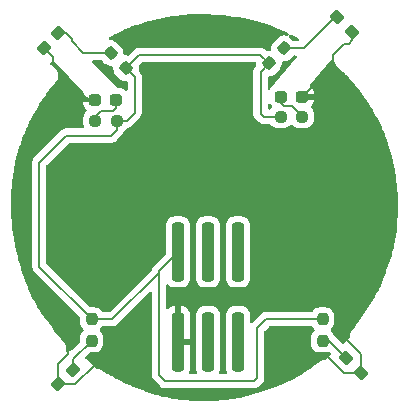
<source format=gbr>
%TF.GenerationSoftware,KiCad,Pcbnew,9.0.6*%
%TF.CreationDate,2025-12-03T22:20:56+01:00*%
%TF.ProjectId,knit_yarn_SAO,6b6e6974-5f79-4617-926e-5f53414f2e6b,rev?*%
%TF.SameCoordinates,Original*%
%TF.FileFunction,Copper,L2,Bot*%
%TF.FilePolarity,Positive*%
%FSLAX46Y46*%
G04 Gerber Fmt 4.6, Leading zero omitted, Abs format (unit mm)*
G04 Created by KiCad (PCBNEW 9.0.6) date 2025-12-03 22:20:56*
%MOMM*%
%LPD*%
G01*
G04 APERTURE LIST*
G04 Aperture macros list*
%AMRoundRect*
0 Rectangle with rounded corners*
0 $1 Rounding radius*
0 $2 $3 $4 $5 $6 $7 $8 $9 X,Y pos of 4 corners*
0 Add a 4 corners polygon primitive as box body*
4,1,4,$2,$3,$4,$5,$6,$7,$8,$9,$2,$3,0*
0 Add four circle primitives for the rounded corners*
1,1,$1+$1,$2,$3*
1,1,$1+$1,$4,$5*
1,1,$1+$1,$6,$7*
1,1,$1+$1,$8,$9*
0 Add four rect primitives between the rounded corners*
20,1,$1+$1,$2,$3,$4,$5,0*
20,1,$1+$1,$4,$5,$6,$7,0*
20,1,$1+$1,$6,$7,$8,$9,0*
20,1,$1+$1,$8,$9,$2,$3,0*%
G04 Aperture macros list end*
%TA.AperFunction,SMDPad,CuDef*%
%ADD10RoundRect,0.250000X-0.260000X2.250000X-0.260000X-2.250000X0.260000X-2.250000X0.260000X2.250000X0*%
%TD*%
%TA.AperFunction,SMDPad,CuDef*%
%ADD11RoundRect,0.237500X0.344715X-0.008839X-0.008839X0.344715X-0.344715X0.008839X0.008839X-0.344715X0*%
%TD*%
%TA.AperFunction,SMDPad,CuDef*%
%ADD12RoundRect,0.237500X0.287500X0.237500X-0.287500X0.237500X-0.287500X-0.237500X0.287500X-0.237500X0*%
%TD*%
%TA.AperFunction,SMDPad,CuDef*%
%ADD13RoundRect,0.237500X0.250000X0.237500X-0.250000X0.237500X-0.250000X-0.237500X0.250000X-0.237500X0*%
%TD*%
%TA.AperFunction,SMDPad,CuDef*%
%ADD14RoundRect,0.237500X-0.035355X-0.371231X0.371231X0.035355X0.035355X0.371231X-0.371231X-0.035355X0*%
%TD*%
%TA.AperFunction,SMDPad,CuDef*%
%ADD15RoundRect,0.237500X-0.008839X-0.344715X0.344715X0.008839X0.008839X0.344715X-0.344715X-0.008839X0*%
%TD*%
%TA.AperFunction,SMDPad,CuDef*%
%ADD16RoundRect,0.237500X0.371231X-0.035355X-0.035355X0.371231X-0.371231X0.035355X0.035355X-0.371231X0*%
%TD*%
%TA.AperFunction,SMDPad,CuDef*%
%ADD17RoundRect,0.237500X-0.237500X0.250000X-0.237500X-0.250000X0.237500X-0.250000X0.237500X0.250000X0*%
%TD*%
%TA.AperFunction,SMDPad,CuDef*%
%ADD18RoundRect,0.237500X-0.250000X-0.237500X0.250000X-0.237500X0.250000X0.237500X-0.250000X0.237500X0*%
%TD*%
%TA.AperFunction,SMDPad,CuDef*%
%ADD19RoundRect,0.237500X-0.287500X-0.237500X0.287500X-0.237500X0.287500X0.237500X-0.287500X0.237500X0*%
%TD*%
%TA.AperFunction,Conductor*%
%ADD20C,0.200000*%
%TD*%
G04 APERTURE END LIST*
D10*
%TO.P,J1,1,Pin_1*%
%TO.N,+3V0*%
X97760000Y-93400000D03*
%TO.P,J1,2,Pin_2*%
%TO.N,GND*%
X97760000Y-101000000D03*
%TO.P,J1,3,Pin_3*%
%TO.N,unconnected-(J1-Pin_3-Pad3)*%
X100300000Y-93400000D03*
%TO.P,J1,4,Pin_4*%
%TO.N,unconnected-(J1-Pin_4-Pad4)*%
X100300000Y-101000000D03*
%TO.P,J1,5,Pin_5*%
%TO.N,unconnected-(J1-Pin_5-Pad5)*%
X102840000Y-93400000D03*
%TO.P,J1,6,Pin_6*%
%TO.N,unconnected-(J1-Pin_6-Pad6)*%
X102840000Y-101000000D03*
%TD*%
D11*
%TO.P,R4,1*%
%TO.N,+3V0*%
X93345235Y-77845235D03*
%TO.P,R4,2*%
%TO.N,Net-(D4-A)*%
X92054765Y-76554765D03*
%TD*%
D12*
%TO.P,D5,1,K*%
%TO.N,GND*%
X108250000Y-80250000D03*
%TO.P,D5,2,A*%
%TO.N,Net-(D5-A)*%
X106500000Y-80250000D03*
%TD*%
D13*
%TO.P,R6,1*%
%TO.N,+3V0*%
X92562500Y-82300000D03*
%TO.P,R6,2*%
%TO.N,Net-(D6-A)*%
X90737500Y-82300000D03*
%TD*%
D14*
%TO.P,D4,1,K*%
%TO.N,GND*%
X86381282Y-76118718D03*
%TO.P,D4,2,A*%
%TO.N,Net-(D4-A)*%
X87618718Y-74881282D03*
%TD*%
D15*
%TO.P,R3,1*%
%TO.N,+3V0*%
X105454765Y-77445235D03*
%TO.P,R3,2*%
%TO.N,Net-(D3-A)*%
X106745235Y-76154765D03*
%TD*%
D16*
%TO.P,D1,1,K*%
%TO.N,GND*%
X113243718Y-103618718D03*
%TO.P,D1,2,A*%
%TO.N,Net-(D1-A)*%
X112006282Y-102381282D03*
%TD*%
D17*
%TO.P,R2,1*%
%TO.N,+3V0*%
X90450000Y-99087500D03*
%TO.P,R2,2*%
%TO.N,Net-(D2-A)*%
X90450000Y-100912500D03*
%TD*%
D18*
%TO.P,R5,1*%
%TO.N,+3V0*%
X106437500Y-81950000D03*
%TO.P,R5,2*%
%TO.N,Net-(D5-A)*%
X108262500Y-81950000D03*
%TD*%
D16*
%TO.P,D3,1,K*%
%TO.N,GND*%
X112500000Y-74750000D03*
%TO.P,D3,2,A*%
%TO.N,Net-(D3-A)*%
X111262564Y-73512564D03*
%TD*%
D14*
%TO.P,D2,1,K*%
%TO.N,GND*%
X87631282Y-104618718D03*
%TO.P,D2,2,A*%
%TO.N,Net-(D2-A)*%
X88868718Y-103381282D03*
%TD*%
D19*
%TO.P,D6,1,K*%
%TO.N,GND*%
X90750000Y-80500000D03*
%TO.P,D6,2,A*%
%TO.N,Net-(D6-A)*%
X92500000Y-80500000D03*
%TD*%
D17*
%TO.P,R1,1*%
%TO.N,+3V0*%
X110000000Y-99087500D03*
%TO.P,R1,2*%
%TO.N,Net-(D1-A)*%
X110000000Y-100912500D03*
%TD*%
D20*
%TO.N,GND*%
X90694134Y-103000000D02*
X91850000Y-103000000D01*
X89075416Y-104618718D02*
X90694134Y-103000000D01*
X87631282Y-104618718D02*
X89075416Y-104618718D01*
X110490270Y-102300000D02*
X109800000Y-102300000D01*
X111808988Y-103618718D02*
X110490270Y-102300000D01*
X113243718Y-103618718D02*
X111808988Y-103618718D01*
%TO.N,+3V0*%
X92562500Y-82300000D02*
X92562500Y-83087500D01*
X86000000Y-85850000D02*
X86000000Y-94637500D01*
X92562500Y-83087500D02*
X92100000Y-83550000D01*
X92100000Y-83550000D02*
X88300000Y-83550000D01*
X88300000Y-83550000D02*
X86000000Y-85850000D01*
X86000000Y-94637500D02*
X90450000Y-99087500D01*
X105454765Y-77445235D02*
X104709530Y-76700000D01*
X94490470Y-76700000D02*
X93345235Y-77845235D01*
X104709530Y-76700000D02*
X94490470Y-76700000D01*
X96150000Y-103800000D02*
X96150000Y-95150000D01*
X92212500Y-99087500D02*
X96150000Y-95150000D01*
X90450000Y-99087500D02*
X92212500Y-99087500D01*
X110000000Y-99087500D02*
X105212500Y-99087500D01*
X105212500Y-99087500D02*
X104450000Y-99850000D01*
X96150000Y-95010000D02*
X97760000Y-93400000D01*
X104450000Y-99850000D02*
X104450000Y-104100000D01*
X104450000Y-104100000D02*
X104200000Y-104350000D01*
X104200000Y-104350000D02*
X96700000Y-104350000D01*
X96700000Y-104350000D02*
X96150000Y-103800000D01*
X96150000Y-95150000D02*
X96150000Y-95010000D01*
%TO.N,Net-(D2-A)*%
X88868718Y-103381282D02*
X88868718Y-102493782D01*
X88868718Y-102493782D02*
X90450000Y-100912500D01*
%TO.N,Net-(D1-A)*%
X112006282Y-102381282D02*
X110537500Y-100912500D01*
X110537500Y-100912500D02*
X110000000Y-100912500D01*
%TO.N,+3V0*%
X92562500Y-82300000D02*
X93400000Y-82300000D01*
X93400000Y-82300000D02*
X94100000Y-81600000D01*
X94100000Y-81600000D02*
X94100000Y-78600000D01*
X94100000Y-78600000D02*
X93345235Y-77845235D01*
%TO.N,Net-(D6-A)*%
X90737500Y-82300000D02*
X90737500Y-81962500D01*
X90737500Y-81962500D02*
X91200000Y-81500000D01*
X91200000Y-81500000D02*
X92250000Y-81500000D01*
X92250000Y-81500000D02*
X92250000Y-81450000D01*
X92250000Y-81450000D02*
X92500000Y-81200000D01*
X92500000Y-81200000D02*
X92500000Y-80500000D01*
%TO.N,+3V0*%
X106437500Y-81950000D02*
X105000000Y-81950000D01*
X105000000Y-81950000D02*
X104750000Y-81700000D01*
X104750000Y-81700000D02*
X104750000Y-78150000D01*
X104750000Y-78150000D02*
X105454765Y-77445235D01*
%TO.N,Net-(D5-A)*%
X108262500Y-81950000D02*
X108262500Y-81862500D01*
X108262500Y-81862500D02*
X107450000Y-81050000D01*
X107450000Y-81050000D02*
X106750000Y-81050000D01*
X106750000Y-81050000D02*
X106500000Y-80800000D01*
X106500000Y-80800000D02*
X106500000Y-80250000D01*
%TO.N,GND*%
X112500000Y-74750000D02*
X112500000Y-75500000D01*
X112500000Y-75500000D02*
X112200000Y-75800000D01*
X112200000Y-75800000D02*
X111811977Y-75800000D01*
X111811977Y-75800000D02*
X110850000Y-76761977D01*
X110850000Y-76761977D02*
X110850000Y-77650000D01*
X110850000Y-77650000D02*
X108250000Y-80250000D01*
%TO.N,Net-(D3-A)*%
X111028647Y-73512564D02*
X109491211Y-75050000D01*
X109491211Y-75050000D02*
X109451125Y-75095270D01*
X111262564Y-73512564D02*
X111028647Y-73512564D01*
X109451125Y-75095270D02*
X109451125Y-75119084D01*
X109451125Y-75119084D02*
X108415444Y-76154765D01*
X108415444Y-76154765D02*
X106745235Y-76154765D01*
%TO.N,GND*%
X87150000Y-76887436D02*
X87150000Y-77500000D01*
X86381282Y-76118718D02*
X87150000Y-76887436D01*
X87150000Y-77500000D02*
X87157915Y-77500000D01*
X90157915Y-80500000D02*
X90750000Y-80500000D01*
X87157915Y-77500000D02*
X90157915Y-80500000D01*
%TO.N,Net-(D4-A)*%
X88281282Y-74881282D02*
X88750000Y-75350000D01*
X87618718Y-74881282D02*
X88281282Y-74881282D01*
X88750000Y-75560316D02*
X89744449Y-76554765D01*
X88750000Y-75350000D02*
X88750000Y-75560316D01*
X89744449Y-76554765D02*
X92054765Y-76554765D01*
%TO.N,GND*%
X88450000Y-100600000D02*
X88700000Y-100350000D01*
X87631282Y-104618718D02*
X87631282Y-102849739D01*
X87631282Y-102849739D02*
X88450000Y-102031021D01*
X88450000Y-101750000D02*
X88450000Y-100600000D01*
X88450000Y-102031021D02*
X88450000Y-101750000D01*
X113150000Y-102000000D02*
X111200000Y-100050000D01*
X113243718Y-103618718D02*
X113243718Y-102093718D01*
X111200000Y-100050000D02*
X111150000Y-100050000D01*
X113243718Y-102093718D02*
X113150000Y-102000000D01*
%TD*%
%TA.AperFunction,Conductor*%
%TO.N,GND*%
G36*
X95468834Y-96782914D02*
G01*
X95524767Y-96824786D01*
X95549184Y-96890250D01*
X95549500Y-96899096D01*
X95549500Y-103713330D01*
X95549499Y-103713348D01*
X95549499Y-103879054D01*
X95549498Y-103879054D01*
X95590423Y-104031787D01*
X95590424Y-104031788D01*
X95615061Y-104074460D01*
X95615063Y-104074463D01*
X95615064Y-104074464D01*
X95669479Y-104168714D01*
X95669481Y-104168717D01*
X95788349Y-104287585D01*
X95788355Y-104287590D01*
X96215139Y-104714374D01*
X96215149Y-104714385D01*
X96219479Y-104718715D01*
X96219480Y-104718716D01*
X96331284Y-104830520D01*
X96331286Y-104830521D01*
X96331290Y-104830524D01*
X96420378Y-104881958D01*
X96468216Y-104909577D01*
X96580019Y-104939534D01*
X96620942Y-104950500D01*
X96620943Y-104950500D01*
X104113331Y-104950500D01*
X104113347Y-104950501D01*
X104120943Y-104950501D01*
X104279054Y-104950501D01*
X104279057Y-104950501D01*
X104431785Y-104909577D01*
X104489380Y-104876324D01*
X104568716Y-104830520D01*
X104680520Y-104718716D01*
X104680520Y-104718714D01*
X104690723Y-104708512D01*
X104690727Y-104708506D01*
X104808506Y-104590728D01*
X104808511Y-104590724D01*
X104818714Y-104580520D01*
X104818716Y-104580520D01*
X104930520Y-104468716D01*
X105009577Y-104331784D01*
X105040663Y-104215770D01*
X105050500Y-104179058D01*
X105050500Y-104020943D01*
X105050500Y-100150097D01*
X105070185Y-100083058D01*
X105086819Y-100062416D01*
X105424916Y-99724319D01*
X105486239Y-99690834D01*
X105512597Y-99688000D01*
X109042389Y-99688000D01*
X109109428Y-99707685D01*
X109135940Y-99730611D01*
X109142600Y-99738267D01*
X109179660Y-99798350D01*
X109296674Y-99915364D01*
X109299499Y-99918611D01*
X109312353Y-99946610D01*
X109327114Y-99973642D01*
X109326797Y-99978071D01*
X109328651Y-99982109D01*
X109324326Y-100012613D01*
X109322130Y-100043334D01*
X109319361Y-100047641D01*
X109318845Y-100051287D01*
X109311692Y-100059574D01*
X109293629Y-100087681D01*
X109179661Y-100201648D01*
X109089093Y-100348481D01*
X109089091Y-100348486D01*
X109075808Y-100388572D01*
X109034826Y-100512247D01*
X109034826Y-100512248D01*
X109034825Y-100512248D01*
X109024500Y-100613315D01*
X109024500Y-101211669D01*
X109024501Y-101211687D01*
X109034825Y-101312752D01*
X109056045Y-101376788D01*
X109085340Y-101465194D01*
X109089092Y-101476515D01*
X109089093Y-101476518D01*
X109109767Y-101510035D01*
X109179660Y-101623350D01*
X109301650Y-101745340D01*
X109448484Y-101835908D01*
X109612247Y-101890174D01*
X109713323Y-101900500D01*
X110286676Y-101900499D01*
X110286684Y-101900498D01*
X110286687Y-101900498D01*
X110342030Y-101894844D01*
X110387753Y-101890174D01*
X110524099Y-101844992D01*
X110539664Y-101844457D01*
X110554256Y-101839015D01*
X110573866Y-101843281D01*
X110593926Y-101842591D01*
X110608251Y-101850761D01*
X110622529Y-101853867D01*
X110650783Y-101875018D01*
X110700061Y-101924296D01*
X110733546Y-101985619D01*
X110728562Y-102055311D01*
X110694761Y-102104656D01*
X110221065Y-102525719D01*
X110157881Y-102555545D01*
X110143664Y-102556940D01*
X110132246Y-102557398D01*
X110119348Y-102558653D01*
X110119317Y-102558339D01*
X110110272Y-102559224D01*
X110110328Y-102559792D01*
X110100919Y-102560719D01*
X110094753Y-102561887D01*
X110088198Y-102562845D01*
X110083301Y-102563035D01*
X110080078Y-102564033D01*
X110070827Y-102565386D01*
X110066994Y-102565969D01*
X110065367Y-102566440D01*
X110044207Y-102570607D01*
X110041209Y-102570930D01*
X110038030Y-102571701D01*
X110034808Y-102572747D01*
X110034391Y-102572775D01*
X110027565Y-102575099D01*
X110026674Y-102575389D01*
X110026100Y-102575405D01*
X110009507Y-102579636D01*
X110001645Y-102580995D01*
X110001639Y-102580996D01*
X110001638Y-102580997D01*
X110001636Y-102580997D01*
X109998800Y-102581881D01*
X109984753Y-102587053D01*
X109977039Y-102589211D01*
X109975964Y-102589367D01*
X109974994Y-102589783D01*
X109967050Y-102592006D01*
X109966588Y-102592000D01*
X109960680Y-102594224D01*
X109955551Y-102596572D01*
X109950317Y-102598587D01*
X109949482Y-102598736D01*
X109947381Y-102599718D01*
X109943329Y-102601279D01*
X109941982Y-102601389D01*
X109933248Y-102604673D01*
X109930967Y-102605333D01*
X109929267Y-102606076D01*
X109926142Y-102607801D01*
X109922276Y-102609740D01*
X109906676Y-102616274D01*
X109899694Y-102618652D01*
X109896261Y-102620350D01*
X109887153Y-102625554D01*
X109882737Y-102627678D01*
X109870711Y-102632337D01*
X109866207Y-102635628D01*
X109855958Y-102640559D01*
X109855092Y-102640701D01*
X109847275Y-102644636D01*
X109843774Y-102646140D01*
X109836792Y-102650293D01*
X109836494Y-102649792D01*
X109824460Y-102657206D01*
X109818372Y-102660053D01*
X109811518Y-102664431D01*
X109811382Y-102664219D01*
X109807222Y-102667159D01*
X109803653Y-102669258D01*
X109794315Y-102673944D01*
X109791636Y-102676325D01*
X109787705Y-102678637D01*
X109787268Y-102678779D01*
X109785295Y-102680054D01*
X109781917Y-102682042D01*
X109781355Y-102682183D01*
X109777318Y-102684617D01*
X109771209Y-102687868D01*
X109767381Y-102690601D01*
X109755881Y-102697891D01*
X109748786Y-102701859D01*
X109746487Y-102703574D01*
X109739688Y-102708299D01*
X109737287Y-102709851D01*
X109726799Y-102715969D01*
X109724967Y-102717816D01*
X109717174Y-102722855D01*
X109716679Y-102723001D01*
X109714003Y-102724838D01*
X109704755Y-102730428D01*
X109698690Y-102734940D01*
X109697011Y-102736100D01*
X109692124Y-102739308D01*
X109683198Y-102744871D01*
X109681532Y-102746242D01*
X109670154Y-102754559D01*
X109651132Y-102766868D01*
X109647300Y-102769129D01*
X109646574Y-102769650D01*
X109641708Y-102772967D01*
X109639769Y-102774221D01*
X109634961Y-102777981D01*
X109618683Y-102789661D01*
X109615586Y-102791813D01*
X109594062Y-102806286D01*
X109583123Y-102814844D01*
X109545208Y-102841060D01*
X109543395Y-102842702D01*
X109532467Y-102851522D01*
X109431635Y-102923871D01*
X109424182Y-102929218D01*
X109422945Y-102929693D01*
X109370792Y-102967525D01*
X109370504Y-102967733D01*
X109370474Y-102967755D01*
X109314356Y-103008022D01*
X109309922Y-103011684D01*
X109095534Y-103167211D01*
X109094895Y-103167672D01*
X108946534Y-103273867D01*
X108945657Y-103274489D01*
X108792560Y-103382080D01*
X108791380Y-103382899D01*
X108709937Y-103438681D01*
X108636776Y-103488790D01*
X108635133Y-103489895D01*
X108481711Y-103591415D01*
X108479636Y-103592759D01*
X108328489Y-103688497D01*
X108326294Y-103689856D01*
X108175900Y-103780786D01*
X108173724Y-103782071D01*
X108022384Y-103869411D01*
X108020322Y-103870574D01*
X107910300Y-103931246D01*
X107866658Y-103955312D01*
X107864684Y-103956377D01*
X107707291Y-104039494D01*
X107705493Y-104040425D01*
X107543111Y-104122813D01*
X107541526Y-104123603D01*
X107372645Y-104206277D01*
X107371295Y-104206928D01*
X107195104Y-104290556D01*
X107193949Y-104291097D01*
X107009793Y-104376197D01*
X107008632Y-104376726D01*
X106816850Y-104462967D01*
X106815642Y-104463503D01*
X106615854Y-104550795D01*
X106614602Y-104551333D01*
X106406512Y-104639543D01*
X106405228Y-104640079D01*
X106188249Y-104729198D01*
X106186939Y-104729727D01*
X105960891Y-104819574D01*
X105959564Y-104820093D01*
X105723944Y-104910624D01*
X105722602Y-104911131D01*
X105476924Y-105002278D01*
X105475573Y-105002770D01*
X105220167Y-105094171D01*
X105218792Y-105094654D01*
X104954904Y-105185608D01*
X104953478Y-105186090D01*
X104683294Y-105275558D01*
X104681790Y-105276045D01*
X104406892Y-105363201D01*
X104405387Y-105363667D01*
X104128015Y-105447479D01*
X104126304Y-105447983D01*
X103848328Y-105527548D01*
X103846413Y-105528079D01*
X103569997Y-105602426D01*
X103567868Y-105602979D01*
X103294745Y-105671269D01*
X103292365Y-105671839D01*
X103023893Y-105733363D01*
X103021306Y-105733927D01*
X102755798Y-105788833D01*
X102753059Y-105789367D01*
X102488447Y-105837905D01*
X102485613Y-105838391D01*
X102219629Y-105880831D01*
X102216761Y-105881254D01*
X101947182Y-105917828D01*
X101944341Y-105918180D01*
X101669064Y-105949072D01*
X101666309Y-105949350D01*
X101382883Y-105974764D01*
X101380264Y-105974971D01*
X101086827Y-105995025D01*
X101084387Y-105995168D01*
X100779543Y-106009974D01*
X100777288Y-106010063D01*
X100462860Y-106019602D01*
X100460736Y-106019648D01*
X100139631Y-106023885D01*
X100137585Y-106023895D01*
X99812619Y-106022821D01*
X99810604Y-106022798D01*
X99484378Y-106016418D01*
X99482350Y-106016362D01*
X99157716Y-106004697D01*
X99155630Y-106004604D01*
X98835375Y-105987692D01*
X98833183Y-105987557D01*
X98519986Y-105965449D01*
X98517635Y-105965261D01*
X98213541Y-105937974D01*
X98211023Y-105937722D01*
X97915374Y-105905100D01*
X97912719Y-105904778D01*
X97623814Y-105866576D01*
X97621051Y-105866179D01*
X97337476Y-105822166D01*
X97334649Y-105821694D01*
X97054694Y-105771592D01*
X97051845Y-105771047D01*
X96773986Y-105714581D01*
X96771157Y-105713972D01*
X96493773Y-105650830D01*
X96491013Y-105650168D01*
X96212431Y-105580008D01*
X96209821Y-105579320D01*
X96030842Y-105530030D01*
X95928815Y-105501932D01*
X95926368Y-105501231D01*
X95643487Y-105417042D01*
X95641217Y-105416343D01*
X95357613Y-105325989D01*
X95355490Y-105325291D01*
X95072555Y-105229500D01*
X95070551Y-105228803D01*
X94789345Y-105128202D01*
X94787437Y-105127502D01*
X94509296Y-105022826D01*
X94507463Y-105022119D01*
X94298649Y-104939734D01*
X94233657Y-104914092D01*
X94231895Y-104913381D01*
X94226441Y-104911131D01*
X94031048Y-104830521D01*
X93963464Y-104802639D01*
X93961739Y-104801912D01*
X93699689Y-104689144D01*
X93698097Y-104688446D01*
X93443689Y-104574714D01*
X93442234Y-104574052D01*
X93197054Y-104460631D01*
X93195761Y-104460024D01*
X92962784Y-104348848D01*
X92960983Y-104347971D01*
X92600473Y-104168716D01*
X92529368Y-104133361D01*
X92527189Y-104132250D01*
X92158447Y-103939699D01*
X92156886Y-103938870D01*
X92046216Y-103879057D01*
X92001600Y-103854943D01*
X92000611Y-103854403D01*
X91979420Y-103842689D01*
X91862969Y-103778315D01*
X91861466Y-103777470D01*
X91812516Y-103749500D01*
X91778066Y-103729815D01*
X91631405Y-103646012D01*
X91629438Y-103644864D01*
X91457189Y-103542199D01*
X91455755Y-103541331D01*
X91340963Y-103470791D01*
X91329325Y-103462688D01*
X91327684Y-103461400D01*
X91327679Y-103461397D01*
X91327678Y-103461396D01*
X91292211Y-103440394D01*
X91281327Y-103432103D01*
X91280916Y-103432661D01*
X91274375Y-103427830D01*
X91261804Y-103420877D01*
X91250308Y-103412667D01*
X91249974Y-103413151D01*
X91243289Y-103408535D01*
X91243287Y-103408534D01*
X91243286Y-103408533D01*
X91228851Y-103401137D01*
X91215096Y-103392079D01*
X91215055Y-103392145D01*
X91208175Y-103387828D01*
X91203492Y-103385684D01*
X91193250Y-103380995D01*
X91181700Y-103374953D01*
X91176965Y-103372149D01*
X91167578Y-103365952D01*
X91167302Y-103365801D01*
X91158043Y-103362205D01*
X91150158Y-103358824D01*
X91146484Y-103357096D01*
X91141009Y-103354068D01*
X91138972Y-103353562D01*
X91131502Y-103350048D01*
X91130133Y-103348835D01*
X91118849Y-103343172D01*
X91118809Y-103343147D01*
X91118800Y-103343143D01*
X91118654Y-103343099D01*
X91118003Y-103342900D01*
X91110873Y-103340696D01*
X91109471Y-103339978D01*
X91106441Y-103339326D01*
X91101213Y-103337711D01*
X91098966Y-103336221D01*
X91086212Y-103331987D01*
X91069694Y-103324425D01*
X91069117Y-103324195D01*
X91069103Y-103324238D01*
X91061420Y-103321598D01*
X91055184Y-103320334D01*
X91034944Y-103314400D01*
X91030374Y-103312625D01*
X91030359Y-103312622D01*
X91029349Y-103312512D01*
X91011299Y-103309176D01*
X91005633Y-103307687D01*
X90995274Y-103303892D01*
X90989061Y-103303334D01*
X90980633Y-103301121D01*
X90979510Y-103300936D01*
X90966050Y-103300499D01*
X90945445Y-103298093D01*
X90939199Y-103296827D01*
X90935526Y-103296024D01*
X90922938Y-103293072D01*
X90921536Y-103292954D01*
X90919376Y-103292738D01*
X90916848Y-103292690D01*
X90914053Y-103292498D01*
X90848520Y-103268266D01*
X90806492Y-103212450D01*
X90804723Y-103203978D01*
X90799999Y-103200000D01*
X90800000Y-103200000D01*
X90472097Y-102923871D01*
X89932553Y-102469517D01*
X89893953Y-102411277D01*
X89892968Y-102341415D01*
X89924742Y-102286991D01*
X90274916Y-101936818D01*
X90336239Y-101903333D01*
X90362597Y-101900499D01*
X90736670Y-101900499D01*
X90736676Y-101900499D01*
X90837753Y-101890174D01*
X91001516Y-101835908D01*
X91148350Y-101745340D01*
X91270340Y-101623350D01*
X91360908Y-101476516D01*
X91415174Y-101312753D01*
X91425500Y-101211677D01*
X91425499Y-100613324D01*
X91420792Y-100567249D01*
X91415174Y-100512247D01*
X91360908Y-100348484D01*
X91270340Y-100201650D01*
X91156371Y-100087681D01*
X91154121Y-100083561D01*
X91150178Y-100081016D01*
X91137533Y-100053183D01*
X91122886Y-100026358D01*
X91123220Y-100021677D01*
X91121279Y-100017403D01*
X91125689Y-99987152D01*
X91127870Y-99956666D01*
X91130870Y-99951620D01*
X91131360Y-99948264D01*
X91141726Y-99933365D01*
X91150501Y-99918611D01*
X91153325Y-99915364D01*
X91270340Y-99798350D01*
X91307399Y-99738267D01*
X91314060Y-99730611D01*
X91335285Y-99717029D01*
X91354020Y-99700179D01*
X91365808Y-99697500D01*
X91372913Y-99692954D01*
X91385700Y-99692979D01*
X91407611Y-99688000D01*
X92125831Y-99688000D01*
X92125847Y-99688001D01*
X92133443Y-99688001D01*
X92291554Y-99688001D01*
X92291557Y-99688001D01*
X92444285Y-99647077D01*
X92503962Y-99612622D01*
X92581216Y-99568020D01*
X92693020Y-99456216D01*
X92693020Y-99456214D01*
X92703224Y-99446011D01*
X92703227Y-99446006D01*
X95337821Y-96811413D01*
X95399142Y-96777930D01*
X95468834Y-96782914D01*
G37*
%TD.AperFunction*%
%TA.AperFunction,Conductor*%
G36*
X110856679Y-77124329D02*
G01*
X110881876Y-77124194D01*
X110890593Y-77129730D01*
X110900794Y-77131355D01*
X110919587Y-77148144D01*
X110940856Y-77161652D01*
X110946581Y-77172260D01*
X110952899Y-77177904D01*
X110967073Y-77210227D01*
X110969232Y-77218014D01*
X110973198Y-77239564D01*
X110973557Y-77243400D01*
X110974569Y-77247834D01*
X110974579Y-77247885D01*
X110976436Y-77253413D01*
X110981410Y-77273809D01*
X110982332Y-77279736D01*
X110982335Y-77279744D01*
X110982346Y-77279769D01*
X110984367Y-77284622D01*
X110984918Y-77286028D01*
X110989394Y-77302461D01*
X110991623Y-77309959D01*
X110992496Y-77313362D01*
X110994605Y-77319237D01*
X110998831Y-77329239D01*
X111001292Y-77336561D01*
X111001580Y-77337982D01*
X111002164Y-77339156D01*
X111004885Y-77347251D01*
X111004887Y-77347315D01*
X111007457Y-77353369D01*
X111009407Y-77357197D01*
X111011953Y-77363055D01*
X111012238Y-77364229D01*
X111013339Y-77366244D01*
X111015562Y-77371360D01*
X111015771Y-77373033D01*
X111018324Y-77378878D01*
X111020867Y-77384075D01*
X111023360Y-77388579D01*
X111023439Y-77388859D01*
X111024625Y-77390862D01*
X111025495Y-77392434D01*
X111025716Y-77393423D01*
X111032451Y-77407220D01*
X111033651Y-77410279D01*
X111037526Y-77417295D01*
X111046067Y-77431948D01*
X111048857Y-77438196D01*
X111053108Y-77445118D01*
X111053019Y-77445172D01*
X111058652Y-77453594D01*
X111059375Y-77454926D01*
X111059398Y-77454986D01*
X111059440Y-77455045D01*
X111063032Y-77461658D01*
X111063096Y-77461956D01*
X111063209Y-77462169D01*
X111063148Y-77462200D01*
X111063191Y-77462400D01*
X111067765Y-77469193D01*
X111069221Y-77471062D01*
X111072527Y-77475897D01*
X111072836Y-77476848D01*
X111078985Y-77486433D01*
X111080037Y-77488360D01*
X111084834Y-77494926D01*
X111084454Y-77495203D01*
X111093300Y-77506886D01*
X111095804Y-77511116D01*
X111100823Y-77517512D01*
X111100782Y-77517543D01*
X111103671Y-77520837D01*
X111106569Y-77524701D01*
X111111573Y-77532585D01*
X111114496Y-77535273D01*
X111121358Y-77544423D01*
X111121931Y-77545957D01*
X111124944Y-77549461D01*
X111127296Y-77552948D01*
X111132349Y-77558657D01*
X111140502Y-77568915D01*
X111143032Y-77572469D01*
X111143035Y-77572473D01*
X111146916Y-77576642D01*
X111150694Y-77580892D01*
X111153211Y-77583858D01*
X111158723Y-77591245D01*
X111161016Y-77593054D01*
X111167377Y-77600549D01*
X111167623Y-77601104D01*
X111170698Y-77604634D01*
X111174540Y-77609572D01*
X111176521Y-77611526D01*
X111185913Y-77621902D01*
X111190435Y-77627503D01*
X111191595Y-77628607D01*
X111197606Y-77634739D01*
X111199524Y-77636836D01*
X111206542Y-77645247D01*
X111208264Y-77646460D01*
X111209510Y-77647753D01*
X111214412Y-77653113D01*
X111214646Y-77653592D01*
X111216967Y-77655995D01*
X111222890Y-77662889D01*
X111225431Y-77665163D01*
X111235246Y-77674992D01*
X111236613Y-77676523D01*
X111242494Y-77683628D01*
X111242540Y-77683688D01*
X111244467Y-77685616D01*
X111249256Y-77690685D01*
X111254428Y-77696479D01*
X111254430Y-77696480D01*
X111254431Y-77696481D01*
X111257338Y-77698986D01*
X111264107Y-77705272D01*
X111266037Y-77707203D01*
X111269047Y-77710323D01*
X111278807Y-77720807D01*
X111290291Y-77733143D01*
X111291880Y-77734455D01*
X111302245Y-77744058D01*
X111309286Y-77751369D01*
X111329174Y-77772023D01*
X111335949Y-77777994D01*
X111364900Y-77806159D01*
X111366051Y-77807294D01*
X111409590Y-77850867D01*
X111409592Y-77850868D01*
X111411021Y-77852298D01*
X111417710Y-77858046D01*
X111455912Y-77894707D01*
X111456434Y-77895211D01*
X111485479Y-77923468D01*
X111504883Y-77942346D01*
X111510584Y-77947175D01*
X111586330Y-78019867D01*
X111660583Y-78091126D01*
X111771263Y-78197880D01*
X111771663Y-78198269D01*
X111884441Y-78308475D01*
X111885250Y-78309273D01*
X111998051Y-78421706D01*
X111999228Y-78422895D01*
X112026179Y-78450493D01*
X112107561Y-78533830D01*
X112110000Y-78536327D01*
X112111427Y-78537813D01*
X112219336Y-78652049D01*
X112220704Y-78653521D01*
X112326445Y-78769161D01*
X112327674Y-78770525D01*
X112431653Y-78887674D01*
X112432745Y-78888921D01*
X112535188Y-79007495D01*
X112536145Y-79008616D01*
X112637287Y-79128537D01*
X112638114Y-79129528D01*
X112737274Y-79249612D01*
X112738255Y-79250815D01*
X112936120Y-79496637D01*
X112937158Y-79497945D01*
X112989456Y-79564752D01*
X113130882Y-79745416D01*
X113131805Y-79746611D01*
X113226618Y-79870815D01*
X113227338Y-79871768D01*
X113322875Y-79999452D01*
X113323648Y-80000496D01*
X113420020Y-80132150D01*
X113420823Y-80133259D01*
X113504315Y-80250000D01*
X113518621Y-80270002D01*
X113519337Y-80271014D01*
X113619393Y-80414319D01*
X113620152Y-80415421D01*
X113722692Y-80565906D01*
X113723464Y-80567052D01*
X113787896Y-80663912D01*
X113814986Y-80704638D01*
X113829184Y-80725981D01*
X113829911Y-80727087D01*
X113937758Y-80893029D01*
X113938457Y-80894116D01*
X113941877Y-80899500D01*
X114044549Y-81061141D01*
X114047562Y-81065883D01*
X114048252Y-81066983D01*
X114157215Y-81242564D01*
X114157913Y-81243702D01*
X114265631Y-81421521D01*
X114266353Y-81422728D01*
X114371779Y-81601304D01*
X114372541Y-81602613D01*
X114474394Y-81780051D01*
X114475213Y-81781501D01*
X114572415Y-81956231D01*
X114573297Y-81957843D01*
X114665140Y-82128856D01*
X114666035Y-82130554D01*
X114752810Y-82298309D01*
X114753696Y-82300056D01*
X114835739Y-82464998D01*
X114836609Y-82466782D01*
X114914447Y-82629761D01*
X114915290Y-82631564D01*
X114989206Y-82792940D01*
X114990015Y-82794744D01*
X115060436Y-82955200D01*
X115061202Y-82956984D01*
X115128468Y-83117016D01*
X115129186Y-83118762D01*
X115193776Y-83279222D01*
X115194439Y-83280902D01*
X115256608Y-83442086D01*
X115257207Y-83443673D01*
X115317331Y-83606141D01*
X115317867Y-83607616D01*
X115376282Y-83771822D01*
X115376707Y-83773040D01*
X115426641Y-83918716D01*
X115433170Y-83937763D01*
X115433761Y-83939532D01*
X115544907Y-84280421D01*
X115545507Y-84282312D01*
X115653511Y-84632476D01*
X115653955Y-84633947D01*
X115760051Y-84993698D01*
X115760541Y-84995407D01*
X115861589Y-85357078D01*
X115862182Y-85359276D01*
X115955161Y-85717293D01*
X115955673Y-85719335D01*
X115997201Y-85891182D01*
X115997581Y-85892804D01*
X116036037Y-86061858D01*
X116036438Y-86063683D01*
X116071302Y-86228378D01*
X116071683Y-86230251D01*
X116103315Y-86391942D01*
X116103661Y-86393782D01*
X116132519Y-86554103D01*
X116132824Y-86555870D01*
X116159292Y-86716178D01*
X116159552Y-86717826D01*
X116184018Y-86879510D01*
X116184235Y-86881003D01*
X116206892Y-87044127D01*
X116207137Y-87045997D01*
X116249634Y-87390313D01*
X116249858Y-87392248D01*
X116288954Y-87755931D01*
X116289142Y-87757814D01*
X116323804Y-88134222D01*
X116323979Y-88136320D01*
X116352522Y-88516927D01*
X116352643Y-88518714D01*
X116363885Y-88704601D01*
X116363959Y-88705950D01*
X116373082Y-88890065D01*
X116373147Y-88891552D01*
X116379921Y-89072069D01*
X116379969Y-89073616D01*
X116384427Y-89251685D01*
X116384456Y-89253239D01*
X116386673Y-89430712D01*
X116386683Y-89432239D01*
X116386715Y-89610805D01*
X116386707Y-89612263D01*
X116384606Y-89793668D01*
X116384582Y-89795032D01*
X116380423Y-89979197D01*
X116380370Y-89980992D01*
X116365833Y-90372988D01*
X116365736Y-90375103D01*
X116342901Y-90796475D01*
X116342786Y-90798336D01*
X116327773Y-91015012D01*
X116327661Y-91016503D01*
X116309593Y-91238435D01*
X116309445Y-91240117D01*
X116288069Y-91464811D01*
X116287874Y-91466698D01*
X116262900Y-91692504D01*
X116262649Y-91694615D01*
X116233712Y-91920702D01*
X116233389Y-91923047D01*
X116200204Y-92148008D01*
X116199809Y-92150503D01*
X116162028Y-92374183D01*
X116161580Y-92376682D01*
X116119185Y-92599760D01*
X116118708Y-92602139D01*
X116071933Y-92824460D01*
X116071436Y-92826720D01*
X116020448Y-93048445D01*
X116019935Y-93050587D01*
X115964985Y-93271500D01*
X115964463Y-93273526D01*
X115905725Y-93493732D01*
X115905198Y-93495646D01*
X115842930Y-93714931D01*
X115842403Y-93716734D01*
X115776817Y-93935063D01*
X115776302Y-93936736D01*
X115707644Y-94154106D01*
X115707166Y-94155585D01*
X115636744Y-94369176D01*
X115636117Y-94371029D01*
X115490859Y-94789301D01*
X115490154Y-94791279D01*
X115397227Y-95044913D01*
X115390499Y-95063281D01*
X115348490Y-95177940D01*
X115347946Y-95179395D01*
X115217320Y-95522557D01*
X115216861Y-95523743D01*
X115103176Y-95813429D01*
X115102627Y-95814805D01*
X115051874Y-95939723D01*
X115051341Y-95941015D01*
X115002474Y-96057506D01*
X115001808Y-96059063D01*
X114954031Y-96168733D01*
X114953248Y-96170492D01*
X114905413Y-96275800D01*
X114904546Y-96277667D01*
X114855242Y-96381591D01*
X114854340Y-96383453D01*
X114802239Y-96488701D01*
X114801366Y-96490431D01*
X114745277Y-96599417D01*
X114744496Y-96600909D01*
X114684288Y-96714095D01*
X114683608Y-96715356D01*
X114619616Y-96832375D01*
X114619027Y-96833440D01*
X114552103Y-96953016D01*
X114551384Y-96954284D01*
X114406945Y-97205386D01*
X114406287Y-97206516D01*
X114253223Y-97465796D01*
X114252724Y-97466634D01*
X114093516Y-97731536D01*
X114092931Y-97732499D01*
X113930030Y-97998050D01*
X113929274Y-97999267D01*
X113763928Y-98261949D01*
X113762966Y-98263453D01*
X113596336Y-98519908D01*
X113595197Y-98521630D01*
X113428062Y-98769721D01*
X113427017Y-98771247D01*
X113262281Y-99008077D01*
X113261382Y-99009352D01*
X113103015Y-99231023D01*
X113102246Y-99232088D01*
X112954545Y-99434266D01*
X112953886Y-99435159D01*
X112820804Y-99613943D01*
X112820214Y-99614730D01*
X112704408Y-99767757D01*
X112703707Y-99768674D01*
X112542269Y-99977923D01*
X112533571Y-99988024D01*
X112529079Y-99992705D01*
X112519543Y-100005679D01*
X112509696Y-100016294D01*
X112510074Y-100016633D01*
X112504652Y-100022677D01*
X112493432Y-100039069D01*
X112476573Y-100058868D01*
X112467856Y-100073126D01*
X112460216Y-100084219D01*
X112458218Y-100086807D01*
X112451738Y-100094376D01*
X112451154Y-100095181D01*
X112448490Y-100100095D01*
X112439305Y-100113333D01*
X112439430Y-100113416D01*
X112434943Y-100120183D01*
X112431809Y-100126596D01*
X112420761Y-100144165D01*
X112418396Y-100148135D01*
X112414939Y-100156167D01*
X112408521Y-100168982D01*
X112405672Y-100173931D01*
X112401918Y-100179258D01*
X112400697Y-100182576D01*
X112398661Y-100186116D01*
X112395061Y-100194228D01*
X112394698Y-100194066D01*
X112389244Y-100206263D01*
X112389338Y-100206306D01*
X112386005Y-100213703D01*
X112386003Y-100213708D01*
X112386001Y-100213712D01*
X112385878Y-100213987D01*
X112384622Y-100217895D01*
X112384281Y-100218527D01*
X112383872Y-100220232D01*
X112382438Y-100224699D01*
X112380921Y-100226933D01*
X112375788Y-100241221D01*
X112372823Y-100247287D01*
X112371402Y-100251083D01*
X112370779Y-100253776D01*
X112367150Y-100266371D01*
X112365663Y-100270662D01*
X112363173Y-100276451D01*
X112362819Y-100278875D01*
X112359831Y-100287505D01*
X112359744Y-100287627D01*
X112357126Y-100296419D01*
X112355436Y-100302896D01*
X112352647Y-100315291D01*
X112351477Y-100322536D01*
X112349793Y-100329737D01*
X112348441Y-100333460D01*
X112348153Y-100336755D01*
X112346206Y-100345089D01*
X112345733Y-100347998D01*
X112343794Y-100365741D01*
X112342764Y-100371174D01*
X112341215Y-100376642D01*
X112341172Y-100379579D01*
X112340221Y-100384601D01*
X112340024Y-100386633D01*
X112340091Y-100388572D01*
X112337590Y-100417948D01*
X112337142Y-100420109D01*
X112336831Y-100424341D01*
X112336714Y-100428600D01*
X112336977Y-100431132D01*
X112336520Y-100460529D01*
X112336218Y-100462755D01*
X112336200Y-100467904D01*
X112336381Y-100471994D01*
X112336605Y-100473260D01*
X112338208Y-100503283D01*
X112338177Y-100503725D01*
X112338332Y-100506199D01*
X112339252Y-100512558D01*
X112339206Y-100515753D01*
X112340396Y-100520467D01*
X112341318Y-100526839D01*
X112340793Y-100530512D01*
X112341277Y-100534518D01*
X112341604Y-100534478D01*
X112343076Y-100546261D01*
X112344486Y-100553458D01*
X112345090Y-100558019D01*
X112345155Y-100559133D01*
X112345294Y-100559553D01*
X112345890Y-100564049D01*
X112345560Y-100566173D01*
X112345622Y-100567236D01*
X112345393Y-100567249D01*
X112341054Y-100595242D01*
X112337996Y-100626646D01*
X112335674Y-100629943D01*
X112335186Y-100633094D01*
X112326765Y-100642598D01*
X112305346Y-100673024D01*
X111779628Y-101140329D01*
X111716445Y-101170155D01*
X111647166Y-101161087D01*
X111609566Y-101135331D01*
X111025090Y-100550855D01*
X111025088Y-100550852D01*
X110975394Y-100501158D01*
X110945369Y-100452481D01*
X110910908Y-100348484D01*
X110820340Y-100201650D01*
X110706371Y-100087681D01*
X110672886Y-100026358D01*
X110677870Y-99956666D01*
X110706371Y-99912319D01*
X110749496Y-99869194D01*
X110820340Y-99798350D01*
X110910908Y-99651516D01*
X110965174Y-99487753D01*
X110975500Y-99386677D01*
X110975499Y-98788324D01*
X110968395Y-98718784D01*
X110965174Y-98687247D01*
X110936289Y-98600079D01*
X110910908Y-98523484D01*
X110820340Y-98376650D01*
X110698350Y-98254660D01*
X110551516Y-98164092D01*
X110387753Y-98109826D01*
X110387751Y-98109825D01*
X110286678Y-98099500D01*
X109713330Y-98099500D01*
X109713312Y-98099501D01*
X109612247Y-98109825D01*
X109448484Y-98164092D01*
X109448481Y-98164093D01*
X109301648Y-98254661D01*
X109179659Y-98376650D01*
X109147928Y-98428096D01*
X109095980Y-98474821D01*
X109042389Y-98487000D01*
X105299169Y-98487000D01*
X105299153Y-98486999D01*
X105291557Y-98486999D01*
X105133443Y-98486999D01*
X105053510Y-98508417D01*
X104980716Y-98527922D01*
X104939479Y-98551731D01*
X104939478Y-98551730D01*
X104843787Y-98606977D01*
X104843782Y-98606981D01*
X104062180Y-99388584D01*
X104000857Y-99422069D01*
X103931165Y-99417085D01*
X103875232Y-99375213D01*
X103850815Y-99309749D01*
X103850499Y-99300903D01*
X103850499Y-98699998D01*
X103850498Y-98699981D01*
X103839999Y-98597203D01*
X103839998Y-98597200D01*
X103817042Y-98527923D01*
X103784814Y-98430666D01*
X103692712Y-98281344D01*
X103568656Y-98157288D01*
X103419334Y-98065186D01*
X103252797Y-98010001D01*
X103252795Y-98010000D01*
X103150010Y-97999500D01*
X102529998Y-97999500D01*
X102529980Y-97999501D01*
X102427203Y-98010000D01*
X102427200Y-98010001D01*
X102260668Y-98065185D01*
X102260663Y-98065187D01*
X102111342Y-98157289D01*
X101987289Y-98281342D01*
X101895187Y-98430663D01*
X101895185Y-98430668D01*
X101873804Y-98495193D01*
X101840001Y-98597203D01*
X101840001Y-98597204D01*
X101840000Y-98597204D01*
X101829500Y-98699983D01*
X101829500Y-103300001D01*
X101829501Y-103300018D01*
X101840000Y-103402796D01*
X101840001Y-103402799D01*
X101895186Y-103569334D01*
X101896941Y-103573097D01*
X101897370Y-103575924D01*
X101897458Y-103576189D01*
X101897412Y-103576203D01*
X101907432Y-103642175D01*
X101878911Y-103705958D01*
X101820433Y-103744197D01*
X101784558Y-103749500D01*
X101355442Y-103749500D01*
X101288403Y-103729815D01*
X101242648Y-103677011D01*
X101232704Y-103607853D01*
X101243059Y-103573097D01*
X101244809Y-103569340D01*
X101244814Y-103569334D01*
X101299999Y-103402797D01*
X101310500Y-103300009D01*
X101310499Y-98699992D01*
X101299999Y-98597203D01*
X101244814Y-98430666D01*
X101152712Y-98281344D01*
X101028656Y-98157288D01*
X100879334Y-98065186D01*
X100712797Y-98010001D01*
X100712795Y-98010000D01*
X100610010Y-97999500D01*
X99989998Y-97999500D01*
X99989980Y-97999501D01*
X99887203Y-98010000D01*
X99887200Y-98010001D01*
X99720668Y-98065185D01*
X99720663Y-98065187D01*
X99571342Y-98157289D01*
X99447289Y-98281342D01*
X99355187Y-98430663D01*
X99355185Y-98430668D01*
X99333804Y-98495193D01*
X99300001Y-98597203D01*
X99300001Y-98597204D01*
X99300000Y-98597204D01*
X99289500Y-98699983D01*
X99289500Y-103300001D01*
X99289501Y-103300018D01*
X99300000Y-103402796D01*
X99300001Y-103402799D01*
X99355186Y-103569334D01*
X99356941Y-103573097D01*
X99357370Y-103575924D01*
X99357458Y-103576189D01*
X99357412Y-103576203D01*
X99367432Y-103642175D01*
X99338911Y-103705958D01*
X99280433Y-103744197D01*
X99244558Y-103749500D01*
X98814887Y-103749500D01*
X98747848Y-103729815D01*
X98702093Y-103677011D01*
X98692149Y-103607853D01*
X98702504Y-103573096D01*
X98704358Y-103569118D01*
X98759505Y-103402697D01*
X98759506Y-103402690D01*
X98769999Y-103299986D01*
X98770000Y-103299973D01*
X98770000Y-101250000D01*
X97884000Y-101250000D01*
X97816961Y-101230315D01*
X97771206Y-101177511D01*
X97760000Y-101126000D01*
X97760000Y-101000000D01*
X97634000Y-101000000D01*
X97566961Y-100980315D01*
X97521206Y-100927511D01*
X97510000Y-100876000D01*
X97510000Y-100750000D01*
X98010000Y-100750000D01*
X98769999Y-100750000D01*
X98769999Y-98700028D01*
X98769998Y-98700013D01*
X98759505Y-98597302D01*
X98704358Y-98430880D01*
X98704356Y-98430875D01*
X98612315Y-98281654D01*
X98488345Y-98157684D01*
X98339124Y-98065643D01*
X98339119Y-98065641D01*
X98172697Y-98010494D01*
X98172690Y-98010493D01*
X98069986Y-98000000D01*
X98010000Y-98000000D01*
X98010000Y-100750000D01*
X97510000Y-100750000D01*
X97510000Y-98000000D01*
X97509999Y-97999999D01*
X97450028Y-98000000D01*
X97450011Y-98000001D01*
X97347302Y-98010494D01*
X97180880Y-98065641D01*
X97180875Y-98065643D01*
X97031654Y-98157684D01*
X96962181Y-98227158D01*
X96900858Y-98260643D01*
X96831166Y-98255659D01*
X96775233Y-98213787D01*
X96750816Y-98148323D01*
X96750500Y-98139477D01*
X96750500Y-96261230D01*
X96770185Y-96194191D01*
X96822989Y-96148436D01*
X96892147Y-96138492D01*
X96955703Y-96167517D01*
X96962181Y-96173549D01*
X97031344Y-96242712D01*
X97180666Y-96334814D01*
X97347203Y-96389999D01*
X97449991Y-96400500D01*
X98070008Y-96400499D01*
X98070016Y-96400498D01*
X98070019Y-96400498D01*
X98161715Y-96391131D01*
X98172797Y-96389999D01*
X98339334Y-96334814D01*
X98488656Y-96242712D01*
X98612712Y-96118656D01*
X98704814Y-95969334D01*
X98759999Y-95802797D01*
X98770500Y-95700009D01*
X98770499Y-91099992D01*
X98770498Y-91099983D01*
X99289500Y-91099983D01*
X99289500Y-95700001D01*
X99289501Y-95700018D01*
X99300000Y-95802796D01*
X99300001Y-95802799D01*
X99354128Y-95966142D01*
X99355186Y-95969334D01*
X99447288Y-96118656D01*
X99571344Y-96242712D01*
X99720666Y-96334814D01*
X99887203Y-96389999D01*
X99989991Y-96400500D01*
X100610008Y-96400499D01*
X100610016Y-96400498D01*
X100610019Y-96400498D01*
X100701715Y-96391131D01*
X100712797Y-96389999D01*
X100879334Y-96334814D01*
X101028656Y-96242712D01*
X101152712Y-96118656D01*
X101244814Y-95969334D01*
X101299999Y-95802797D01*
X101310500Y-95700009D01*
X101310499Y-91099992D01*
X101310498Y-91099983D01*
X101829500Y-91099983D01*
X101829500Y-95700001D01*
X101829501Y-95700018D01*
X101840000Y-95802796D01*
X101840001Y-95802799D01*
X101894128Y-95966142D01*
X101895186Y-95969334D01*
X101987288Y-96118656D01*
X102111344Y-96242712D01*
X102260666Y-96334814D01*
X102427203Y-96389999D01*
X102529991Y-96400500D01*
X103150008Y-96400499D01*
X103150016Y-96400498D01*
X103150019Y-96400498D01*
X103241715Y-96391131D01*
X103252797Y-96389999D01*
X103419334Y-96334814D01*
X103568656Y-96242712D01*
X103692712Y-96118656D01*
X103784814Y-95969334D01*
X103839999Y-95802797D01*
X103850500Y-95700009D01*
X103850499Y-91099992D01*
X103839999Y-90997203D01*
X103784814Y-90830666D01*
X103692712Y-90681344D01*
X103568656Y-90557288D01*
X103475888Y-90500069D01*
X103419336Y-90465187D01*
X103419331Y-90465185D01*
X103417862Y-90464698D01*
X103252797Y-90410001D01*
X103252795Y-90410000D01*
X103150010Y-90399500D01*
X102529998Y-90399500D01*
X102529980Y-90399501D01*
X102427203Y-90410000D01*
X102427200Y-90410001D01*
X102260668Y-90465185D01*
X102260663Y-90465187D01*
X102111342Y-90557289D01*
X101987289Y-90681342D01*
X101895187Y-90830663D01*
X101895186Y-90830666D01*
X101840001Y-90997203D01*
X101840001Y-90997204D01*
X101840000Y-90997204D01*
X101829500Y-91099983D01*
X101310498Y-91099983D01*
X101304384Y-91040134D01*
X101299999Y-90997203D01*
X101299998Y-90997200D01*
X101244814Y-90830666D01*
X101152712Y-90681344D01*
X101028656Y-90557288D01*
X100935888Y-90500069D01*
X100879336Y-90465187D01*
X100879331Y-90465185D01*
X100877862Y-90464698D01*
X100712797Y-90410001D01*
X100712795Y-90410000D01*
X100610010Y-90399500D01*
X99989998Y-90399500D01*
X99989980Y-90399501D01*
X99887203Y-90410000D01*
X99887200Y-90410001D01*
X99720668Y-90465185D01*
X99720663Y-90465187D01*
X99571342Y-90557289D01*
X99447289Y-90681342D01*
X99355187Y-90830663D01*
X99355186Y-90830666D01*
X99300001Y-90997203D01*
X99300001Y-90997204D01*
X99300000Y-90997204D01*
X99289500Y-91099983D01*
X98770498Y-91099983D01*
X98764384Y-91040134D01*
X98759999Y-90997203D01*
X98759998Y-90997200D01*
X98704814Y-90830666D01*
X98612712Y-90681344D01*
X98488656Y-90557288D01*
X98395888Y-90500069D01*
X98339336Y-90465187D01*
X98339331Y-90465185D01*
X98337862Y-90464698D01*
X98172797Y-90410001D01*
X98172795Y-90410000D01*
X98070010Y-90399500D01*
X97449998Y-90399500D01*
X97449980Y-90399501D01*
X97347203Y-90410000D01*
X97347200Y-90410001D01*
X97180668Y-90465185D01*
X97180663Y-90465187D01*
X97031342Y-90557289D01*
X96907289Y-90681342D01*
X96815187Y-90830663D01*
X96815186Y-90830666D01*
X96760001Y-90997203D01*
X96760001Y-90997204D01*
X96760000Y-90997204D01*
X96749500Y-91099983D01*
X96749500Y-93509902D01*
X96729815Y-93576941D01*
X96713181Y-93597583D01*
X95669482Y-94641281D01*
X95669480Y-94641283D01*
X95656538Y-94663700D01*
X95656536Y-94663704D01*
X95653201Y-94669481D01*
X95590423Y-94778215D01*
X95566482Y-94867557D01*
X95562611Y-94876322D01*
X95549822Y-94891456D01*
X95536867Y-94913896D01*
X92000084Y-98450681D01*
X91938761Y-98484166D01*
X91912403Y-98487000D01*
X91407611Y-98487000D01*
X91340572Y-98467315D01*
X91302072Y-98428096D01*
X91270340Y-98376650D01*
X91148351Y-98254661D01*
X91148350Y-98254660D01*
X91001516Y-98164092D01*
X90837753Y-98109826D01*
X90837751Y-98109825D01*
X90736684Y-98099500D01*
X90736677Y-98099500D01*
X90362597Y-98099500D01*
X90295558Y-98079815D01*
X90274916Y-98063181D01*
X86636819Y-94425084D01*
X86603334Y-94363761D01*
X86600500Y-94337403D01*
X86600500Y-86150097D01*
X86620185Y-86083058D01*
X86636819Y-86062416D01*
X88512416Y-84186819D01*
X88573739Y-84153334D01*
X88600097Y-84150500D01*
X92013331Y-84150500D01*
X92013347Y-84150501D01*
X92020943Y-84150501D01*
X92179054Y-84150501D01*
X92179057Y-84150501D01*
X92331785Y-84109577D01*
X92423060Y-84056879D01*
X92468716Y-84030520D01*
X92580520Y-83918716D01*
X92580521Y-83918714D01*
X93043020Y-83456216D01*
X93122077Y-83319284D01*
X93143237Y-83240311D01*
X93179600Y-83180653D01*
X93197905Y-83166873D01*
X93273350Y-83120340D01*
X93395340Y-82998350D01*
X93425208Y-82949926D01*
X93442958Y-82933960D01*
X93457467Y-82914992D01*
X93471554Y-82908238D01*
X93477153Y-82903203D01*
X93488618Y-82898399D01*
X93493548Y-82896617D01*
X93631785Y-82859577D01*
X93681904Y-82830639D01*
X93768716Y-82780520D01*
X93880520Y-82668716D01*
X93880520Y-82668714D01*
X93890728Y-82658507D01*
X93890730Y-82658504D01*
X94458506Y-82090728D01*
X94458511Y-82090724D01*
X94468714Y-82080520D01*
X94468716Y-82080520D01*
X94580520Y-81968716D01*
X94659577Y-81831784D01*
X94700500Y-81679057D01*
X94700500Y-78689059D01*
X94700501Y-78689046D01*
X94700501Y-78520945D01*
X94700501Y-78520943D01*
X94659577Y-78368215D01*
X94659576Y-78368214D01*
X94659576Y-78368212D01*
X94659575Y-78368211D01*
X94622386Y-78303798D01*
X94580522Y-78231287D01*
X94580521Y-78231286D01*
X94580520Y-78231284D01*
X94468716Y-78119480D01*
X94468715Y-78119479D01*
X94464385Y-78115149D01*
X94464374Y-78115139D01*
X94450373Y-78101138D01*
X94416888Y-78039815D01*
X94417397Y-77984859D01*
X94427949Y-77940339D01*
X94427950Y-77940330D01*
X94427950Y-77767814D01*
X94423760Y-77750136D01*
X94414009Y-77708994D01*
X94417701Y-77639225D01*
X94446981Y-77592722D01*
X94702887Y-77336816D01*
X94764209Y-77303334D01*
X94790567Y-77300500D01*
X104248050Y-77300500D01*
X104252309Y-77301750D01*
X104256648Y-77300798D01*
X104285539Y-77311508D01*
X104315089Y-77320185D01*
X104317996Y-77323540D01*
X104322161Y-77325084D01*
X104340676Y-77349713D01*
X104360844Y-77372989D01*
X104362226Y-77378381D01*
X104364145Y-77380934D01*
X104367210Y-77397826D01*
X104371716Y-77415406D01*
X104372050Y-77419948D01*
X104372050Y-77540334D01*
X104384884Y-77594488D01*
X104385611Y-77604362D01*
X104380254Y-77629227D01*
X104378909Y-77654632D01*
X104372633Y-77664597D01*
X104370896Y-77672665D01*
X104361811Y-77681786D01*
X104349627Y-77701137D01*
X104269478Y-77781286D01*
X104239316Y-77833530D01*
X104222341Y-77862933D01*
X104219361Y-77868094D01*
X104219359Y-77868096D01*
X104190425Y-77918209D01*
X104190424Y-77918210D01*
X104182005Y-77949632D01*
X104149499Y-78070943D01*
X104149499Y-78070945D01*
X104149499Y-78239046D01*
X104149500Y-78239059D01*
X104149500Y-81613330D01*
X104149499Y-81613348D01*
X104149499Y-81779054D01*
X104149498Y-81779054D01*
X104190423Y-81931785D01*
X104205467Y-81957843D01*
X104213336Y-81971471D01*
X104245580Y-82027319D01*
X104269479Y-82068714D01*
X104269481Y-82068717D01*
X104388349Y-82187585D01*
X104388355Y-82187590D01*
X104515139Y-82314374D01*
X104515149Y-82314385D01*
X104519479Y-82318715D01*
X104519480Y-82318716D01*
X104631284Y-82430520D01*
X104631286Y-82430521D01*
X104631290Y-82430524D01*
X104754254Y-82501516D01*
X104768216Y-82509577D01*
X104851098Y-82531785D01*
X104920942Y-82550500D01*
X104920943Y-82550500D01*
X105475099Y-82550500D01*
X105542138Y-82570185D01*
X105580638Y-82609404D01*
X105588197Y-82621660D01*
X105604660Y-82648350D01*
X105726650Y-82770340D01*
X105873484Y-82860908D01*
X106037247Y-82915174D01*
X106138323Y-82925500D01*
X106736676Y-82925499D01*
X106736684Y-82925498D01*
X106736687Y-82925498D01*
X106792030Y-82919844D01*
X106837753Y-82915174D01*
X107001516Y-82860908D01*
X107148350Y-82770340D01*
X107262319Y-82656371D01*
X107323642Y-82622886D01*
X107393334Y-82627870D01*
X107437681Y-82656371D01*
X107551650Y-82770340D01*
X107698484Y-82860908D01*
X107862247Y-82915174D01*
X107963323Y-82925500D01*
X108561676Y-82925499D01*
X108561684Y-82925498D01*
X108561687Y-82925498D01*
X108617030Y-82919844D01*
X108662753Y-82915174D01*
X108826516Y-82860908D01*
X108973350Y-82770340D01*
X109095340Y-82648350D01*
X109185908Y-82501516D01*
X109240174Y-82337753D01*
X109250500Y-82236677D01*
X109250499Y-81663324D01*
X109246169Y-81620939D01*
X109240174Y-81562247D01*
X109229904Y-81531255D01*
X109185908Y-81398484D01*
X109095340Y-81251650D01*
X109043517Y-81199827D01*
X109010032Y-81138504D01*
X109015016Y-81068812D01*
X109043517Y-81024464D01*
X109119948Y-80948033D01*
X109210448Y-80801311D01*
X109210453Y-80801300D01*
X109264680Y-80637652D01*
X109274999Y-80536654D01*
X109275000Y-80536641D01*
X109275000Y-80500000D01*
X108374000Y-80500000D01*
X108306961Y-80480315D01*
X108261206Y-80427511D01*
X108250000Y-80376000D01*
X108250000Y-80124000D01*
X108268163Y-80062142D01*
X108281033Y-80047127D01*
X108322489Y-80011206D01*
X108374000Y-80000000D01*
X109274999Y-80000000D01*
X109274999Y-79963360D01*
X109274998Y-79963345D01*
X109264680Y-79862347D01*
X109210453Y-79698699D01*
X109210448Y-79698688D01*
X109119947Y-79551965D01*
X109119944Y-79551961D01*
X108998038Y-79430055D01*
X108992371Y-79425574D01*
X108993216Y-79424504D01*
X108951700Y-79378341D01*
X108940481Y-79309377D01*
X108968328Y-79245297D01*
X108969162Y-79244310D01*
X110753437Y-77162655D01*
X110762091Y-77157028D01*
X110767806Y-77148426D01*
X110790882Y-77138306D01*
X110812008Y-77124569D01*
X110822335Y-77124513D01*
X110831794Y-77120366D01*
X110856679Y-77124329D01*
G37*
%TD.AperFunction*%
%TA.AperFunction,Conductor*%
G36*
X87304285Y-77307061D02*
G01*
X87306552Y-77309380D01*
X89746136Y-79870943D01*
X89778116Y-79933064D01*
X89774049Y-79995463D01*
X89735319Y-80112345D01*
X89735319Y-80112346D01*
X89725000Y-80213345D01*
X89725000Y-80250000D01*
X90107143Y-80250000D01*
X90583333Y-80750000D01*
X89725001Y-80750000D01*
X89725001Y-80786654D01*
X89735319Y-80887652D01*
X89789546Y-81051300D01*
X89789551Y-81051311D01*
X89880052Y-81198034D01*
X89880055Y-81198038D01*
X90006482Y-81324465D01*
X90039967Y-81385788D01*
X90034983Y-81455480D01*
X90006483Y-81499827D01*
X89904659Y-81601651D01*
X89814093Y-81748481D01*
X89814091Y-81748486D01*
X89803400Y-81780749D01*
X89759826Y-81912247D01*
X89759826Y-81912248D01*
X89759825Y-81912248D01*
X89749500Y-82013315D01*
X89749500Y-82586669D01*
X89749501Y-82586687D01*
X89759825Y-82687752D01*
X89767526Y-82710990D01*
X89792547Y-82786498D01*
X89794949Y-82856323D01*
X89759218Y-82916366D01*
X89696698Y-82947559D01*
X89674841Y-82949500D01*
X88220942Y-82949500D01*
X88068214Y-82990423D01*
X88051247Y-83000220D01*
X88051244Y-83000221D01*
X87931290Y-83069475D01*
X87931282Y-83069481D01*
X85519479Y-85481284D01*
X85497864Y-85518723D01*
X85488728Y-85534549D01*
X85440423Y-85618215D01*
X85399499Y-85770943D01*
X85399499Y-85770945D01*
X85399499Y-85939046D01*
X85399500Y-85939059D01*
X85399500Y-94550830D01*
X85399499Y-94550848D01*
X85399499Y-94716554D01*
X85399498Y-94716554D01*
X85399499Y-94716557D01*
X85440423Y-94869285D01*
X85446324Y-94879506D01*
X85446325Y-94879509D01*
X85446326Y-94879509D01*
X85519477Y-95006212D01*
X85519481Y-95006217D01*
X85638349Y-95125085D01*
X85638355Y-95125090D01*
X89438181Y-98924916D01*
X89471666Y-98986239D01*
X89474500Y-99012597D01*
X89474500Y-99386669D01*
X89474501Y-99386687D01*
X89484825Y-99487752D01*
X89517208Y-99585475D01*
X89537458Y-99646586D01*
X89539092Y-99651515D01*
X89539093Y-99651518D01*
X89564651Y-99692954D01*
X89616917Y-99777691D01*
X89629661Y-99798351D01*
X89743629Y-99912319D01*
X89777114Y-99973642D01*
X89772130Y-100043334D01*
X89743629Y-100087681D01*
X89629661Y-100201648D01*
X89539093Y-100348481D01*
X89539091Y-100348486D01*
X89525808Y-100388572D01*
X89484826Y-100512247D01*
X89484826Y-100512248D01*
X89484825Y-100512248D01*
X89474500Y-100613315D01*
X89474500Y-100987401D01*
X89454815Y-101054440D01*
X89438181Y-101075082D01*
X88946558Y-101566704D01*
X88925931Y-101583329D01*
X88478319Y-101871080D01*
X88464021Y-101875280D01*
X88451888Y-101883931D01*
X88431176Y-101884929D01*
X88411282Y-101890774D01*
X88396982Y-101886577D01*
X88382099Y-101887295D01*
X88364136Y-101876938D01*
X88344240Y-101871099D01*
X88334479Y-101859838D01*
X88321571Y-101852395D01*
X88312058Y-101833970D01*
X88298478Y-101818301D01*
X88295816Y-101802508D01*
X88289519Y-101790310D01*
X88287820Y-101755057D01*
X88287876Y-101754467D01*
X88290496Y-101740706D01*
X88291478Y-101734240D01*
X88291478Y-101734238D01*
X88291479Y-101734235D01*
X88291674Y-101724384D01*
X88293674Y-101704527D01*
X88294538Y-101699798D01*
X88298648Y-101684261D01*
X88298625Y-101677458D01*
X88299973Y-101670090D01*
X88299996Y-101669719D01*
X88299114Y-101657237D01*
X88299294Y-101637490D01*
X88299694Y-101632998D01*
X88302449Y-101616113D01*
X88301786Y-101609518D01*
X88302438Y-101602203D01*
X88302430Y-101601978D01*
X88300428Y-101590077D01*
X88299015Y-101560817D01*
X88299768Y-101550095D01*
X88299745Y-101549724D01*
X88298175Y-101540754D01*
X88298150Y-101533027D01*
X88294414Y-101519269D01*
X88293433Y-101513659D01*
X88293841Y-101510035D01*
X88291587Y-101493968D01*
X88291504Y-101487804D01*
X88291454Y-101487629D01*
X88290240Y-101482993D01*
X88288251Y-101474748D01*
X88287292Y-101465194D01*
X88283584Y-101455400D01*
X88281763Y-101447850D01*
X88281971Y-101443589D01*
X88280666Y-101437885D01*
X88280578Y-101437905D01*
X88278813Y-101429972D01*
X88277137Y-101425377D01*
X88274499Y-101417295D01*
X88272954Y-101411950D01*
X88270723Y-101400450D01*
X88268045Y-101394957D01*
X88265073Y-101384667D01*
X88265073Y-101384513D01*
X88262824Y-101376788D01*
X88258769Y-101367568D01*
X88252951Y-101351374D01*
X88249764Y-101340093D01*
X88249761Y-101340089D01*
X88248128Y-101336293D01*
X88244715Y-101329212D01*
X88244429Y-101327849D01*
X88236961Y-101313122D01*
X88236432Y-101312023D01*
X88236348Y-101311519D01*
X88231650Y-101300697D01*
X88225750Y-101284521D01*
X88225747Y-101284517D01*
X88225746Y-101284513D01*
X88225022Y-101283124D01*
X88220942Y-101276668D01*
X88220555Y-101275984D01*
X88214416Y-101265148D01*
X88208812Y-101253974D01*
X88199857Y-101233609D01*
X88199553Y-101233230D01*
X88190802Y-101220839D01*
X88190062Y-101219642D01*
X88184920Y-101210479D01*
X88184729Y-101210102D01*
X88183405Y-101206936D01*
X88183402Y-101206938D01*
X88178457Y-101196806D01*
X88174815Y-101190549D01*
X88172881Y-101186734D01*
X88172876Y-101186729D01*
X88168290Y-101180025D01*
X88168344Y-101179987D01*
X88160568Y-101169364D01*
X88156497Y-101162460D01*
X88155842Y-101160657D01*
X88153246Y-101156947D01*
X88150801Y-101152799D01*
X88150735Y-101152537D01*
X88149725Y-101150937D01*
X88145280Y-101143089D01*
X88145273Y-101143082D01*
X88140383Y-101136598D01*
X88140653Y-101136394D01*
X88134876Y-101129269D01*
X88131043Y-101123486D01*
X88130657Y-101122488D01*
X88127673Y-101118402D01*
X88126118Y-101116056D01*
X88126026Y-101115759D01*
X88124002Y-101112750D01*
X88117276Y-101101867D01*
X88117273Y-101101864D01*
X88117272Y-101101862D01*
X88113094Y-101096742D01*
X88104205Y-101083845D01*
X88099042Y-101077103D01*
X88094122Y-101070202D01*
X88088863Y-101062260D01*
X88088857Y-101062255D01*
X88083706Y-101056331D01*
X88075673Y-101046047D01*
X88059964Y-101023589D01*
X88059956Y-101023582D01*
X88058703Y-101022213D01*
X88051100Y-101013062D01*
X88046463Y-101006904D01*
X88046058Y-101005972D01*
X88040687Y-100999231D01*
X88039657Y-100997863D01*
X88039627Y-100997783D01*
X88038582Y-100996414D01*
X88030437Y-100985261D01*
X88028883Y-100983632D01*
X88021651Y-100975341D01*
X88008702Y-100959090D01*
X88007355Y-100957366D01*
X87970882Y-100909735D01*
X87970877Y-100909731D01*
X87970123Y-100908975D01*
X87961694Y-100899622D01*
X87943376Y-100877096D01*
X87942602Y-100876135D01*
X87903488Y-100827046D01*
X87903486Y-100827044D01*
X87901799Y-100824927D01*
X87895974Y-100818608D01*
X87871368Y-100788542D01*
X87871120Y-100788238D01*
X87826547Y-100733422D01*
X87824144Y-100730841D01*
X87510181Y-100347217D01*
X87509570Y-100346464D01*
X87462181Y-100287627D01*
X87292259Y-100076657D01*
X87291566Y-100075787D01*
X87057268Y-99778318D01*
X87056316Y-99777092D01*
X86811427Y-99456781D01*
X86810130Y-99455052D01*
X86561137Y-99116906D01*
X86559538Y-99114684D01*
X86400367Y-98888217D01*
X86311314Y-98761513D01*
X86309996Y-98759598D01*
X86198413Y-98594088D01*
X86190415Y-98582224D01*
X86189402Y-98580697D01*
X86149714Y-98519908D01*
X86073033Y-98402459D01*
X86071513Y-98400068D01*
X85844622Y-98033344D01*
X85842540Y-98029848D01*
X85831438Y-98010494D01*
X85629545Y-97658534D01*
X85627566Y-97654945D01*
X85426386Y-97275308D01*
X85424520Y-97271639D01*
X85234606Y-96882368D01*
X85232876Y-96878669D01*
X85152130Y-96698323D01*
X85053598Y-96478249D01*
X85052037Y-96474608D01*
X85021678Y-96400499D01*
X84882895Y-96061716D01*
X84881493Y-96058136D01*
X84881258Y-96057506D01*
X84721947Y-95631313D01*
X84720717Y-95627864D01*
X84687076Y-95528990D01*
X84570315Y-95185813D01*
X84569241Y-95182504D01*
X84427670Y-94724561D01*
X84426752Y-94721449D01*
X84343561Y-94425084D01*
X84294515Y-94250363D01*
X84293729Y-94247423D01*
X84231007Y-94000761D01*
X84171542Y-93766909D01*
X84170883Y-93764180D01*
X84059489Y-93278179D01*
X84058902Y-93275478D01*
X83958976Y-92787819D01*
X83958452Y-92785100D01*
X83870651Y-92299659D01*
X83870178Y-92296855D01*
X83795098Y-91817298D01*
X83794682Y-91814401D01*
X83732951Y-91344779D01*
X83732587Y-91341704D01*
X83684460Y-90884496D01*
X83684164Y-90881276D01*
X83677468Y-90796475D01*
X83649034Y-90436408D01*
X83648825Y-90433235D01*
X83625882Y-89999898D01*
X83625757Y-89996762D01*
X83614228Y-89574526D01*
X83614183Y-89571511D01*
X83613298Y-89159748D01*
X83613329Y-89156727D01*
X83613522Y-89148108D01*
X83622325Y-88754907D01*
X83622420Y-88752129D01*
X83640548Y-88359723D01*
X83640711Y-88356908D01*
X83661793Y-88051976D01*
X83667219Y-87973501D01*
X83667429Y-87970879D01*
X83701630Y-87596344D01*
X83701909Y-87593625D01*
X83730959Y-87338003D01*
X83743488Y-87227743D01*
X83743831Y-87225003D01*
X83751654Y-87167615D01*
X83792576Y-86867402D01*
X83792978Y-86864681D01*
X83795365Y-86849694D01*
X83848719Y-86514705D01*
X83849170Y-86512074D01*
X83911673Y-86169479D01*
X83912200Y-86166762D01*
X83929423Y-86083058D01*
X83981327Y-85830802D01*
X83981910Y-85828123D01*
X83992040Y-85783914D01*
X84057449Y-85498444D01*
X84058084Y-85495811D01*
X84061752Y-85481284D01*
X84139880Y-85171838D01*
X84140527Y-85169389D01*
X84228428Y-84850746D01*
X84229146Y-84848254D01*
X84323146Y-84534738D01*
X84323965Y-84532118D01*
X84424188Y-84223211D01*
X84425048Y-84220658D01*
X84531719Y-83915556D01*
X84532667Y-83912941D01*
X84585113Y-83773176D01*
X84645973Y-83610985D01*
X84646929Y-83608524D01*
X84767048Y-83309122D01*
X84768037Y-83306735D01*
X84895105Y-83009393D01*
X84896155Y-83007009D01*
X85030451Y-82710921D01*
X85031502Y-82708667D01*
X85172999Y-82413563D01*
X85174038Y-82411449D01*
X85321727Y-82118575D01*
X85322795Y-82116508D01*
X85475175Y-81827966D01*
X85476182Y-81826101D01*
X85631819Y-81543839D01*
X85632791Y-81542113D01*
X85790155Y-81268223D01*
X85791133Y-81266555D01*
X85948620Y-81003217D01*
X85949675Y-81001486D01*
X86105786Y-80750675D01*
X86106923Y-80748886D01*
X86260018Y-80512765D01*
X86261297Y-80510836D01*
X86410196Y-80290627D01*
X86411515Y-80288715D01*
X86501416Y-80160983D01*
X86555326Y-80084387D01*
X86556483Y-80082773D01*
X86694032Y-79894527D01*
X86695148Y-79893027D01*
X86825157Y-79721214D01*
X86826292Y-79719740D01*
X86947444Y-79564752D01*
X86948569Y-79563334D01*
X86956080Y-79554009D01*
X87058650Y-79426667D01*
X87060112Y-79424887D01*
X87077192Y-79404481D01*
X87250973Y-79196848D01*
X87251937Y-79195711D01*
X87260177Y-79186105D01*
X87343732Y-79088702D01*
X87353062Y-79078955D01*
X87357059Y-79075209D01*
X87357064Y-79075206D01*
X87379057Y-79048392D01*
X87379926Y-79047346D01*
X87388546Y-79037093D01*
X87392897Y-79033812D01*
X87413487Y-79007426D01*
X87414922Y-79005721D01*
X87414986Y-79005678D01*
X87415689Y-79004819D01*
X87417634Y-79002551D01*
X87423815Y-78996536D01*
X87423700Y-78996428D01*
X87429284Y-78990522D01*
X87429289Y-78990519D01*
X87447819Y-78964919D01*
X87452379Y-78959005D01*
X87454900Y-78955930D01*
X87465594Y-78944730D01*
X87466772Y-78943349D01*
X87466780Y-78943343D01*
X87480023Y-78922934D01*
X87486270Y-78914168D01*
X87497603Y-78899648D01*
X87497603Y-78899647D01*
X87500130Y-78896410D01*
X87503518Y-78892512D01*
X87505437Y-78889923D01*
X87505436Y-78889923D01*
X87505439Y-78889921D01*
X87512792Y-78876671D01*
X87516070Y-78871114D01*
X87518281Y-78867579D01*
X87526863Y-78855726D01*
X87528687Y-78850947D01*
X87535095Y-78840706D01*
X87538519Y-78837665D01*
X87540154Y-78834822D01*
X87540091Y-78834784D01*
X87541539Y-78832413D01*
X87543760Y-78828552D01*
X87543803Y-78828497D01*
X87544331Y-78827845D01*
X87545995Y-78824092D01*
X87547038Y-78821807D01*
X87550657Y-78814085D01*
X87555528Y-78806581D01*
X87558572Y-78797198D01*
X87561851Y-78790204D01*
X87564964Y-78786681D01*
X87571741Y-78772884D01*
X87574569Y-78768745D01*
X87574572Y-78768735D01*
X87574729Y-78768427D01*
X87577918Y-78760375D01*
X87580172Y-78755282D01*
X87583154Y-78749913D01*
X87583935Y-78746783D01*
X87588260Y-78737018D01*
X87588403Y-78736848D01*
X87591365Y-78730013D01*
X87591369Y-78730007D01*
X87595529Y-78715430D01*
X87601398Y-78699232D01*
X87602070Y-78697717D01*
X87605236Y-78691114D01*
X87606410Y-78688843D01*
X87606411Y-78688834D01*
X87606607Y-78688293D01*
X87607889Y-78685098D01*
X87608321Y-78683634D01*
X87608321Y-78683632D01*
X87608322Y-78683631D01*
X87609050Y-78678989D01*
X87613548Y-78660125D01*
X87615429Y-78654297D01*
X87619124Y-78645820D01*
X87619958Y-78640268D01*
X87622088Y-78633671D01*
X87622274Y-78632781D01*
X87622276Y-78632777D01*
X87622276Y-78632772D01*
X87622765Y-78630441D01*
X87625660Y-78612773D01*
X87627104Y-78607096D01*
X87629125Y-78601452D01*
X87629402Y-78598066D01*
X87630594Y-78593385D01*
X87630832Y-78591781D01*
X87630832Y-78591779D01*
X87630833Y-78591776D01*
X87630854Y-78590443D01*
X87635555Y-78558592D01*
X87635641Y-78558287D01*
X87636102Y-78556665D01*
X87636102Y-78556661D01*
X87636235Y-78555757D01*
X87636362Y-78551611D01*
X87637012Y-78548636D01*
X87636674Y-78541439D01*
X87636821Y-78536646D01*
X87637983Y-78533091D01*
X87639517Y-78514455D01*
X87640008Y-78512165D01*
X87640007Y-78512157D01*
X87640360Y-78507772D01*
X87640428Y-78504064D01*
X87640427Y-78504057D01*
X87640428Y-78504053D01*
X87640217Y-78502193D01*
X87639648Y-78480919D01*
X87639974Y-78475409D01*
X87640954Y-78468856D01*
X87640564Y-78465442D01*
X87640903Y-78459732D01*
X87640451Y-78450497D01*
X87640519Y-78450493D01*
X87639838Y-78435398D01*
X87639579Y-78435409D01*
X87639189Y-78425973D01*
X87639142Y-78425650D01*
X87638169Y-78417453D01*
X87638231Y-78413313D01*
X87637185Y-78409168D01*
X87636243Y-78401223D01*
X87636999Y-78396746D01*
X87636903Y-78395839D01*
X87636033Y-78395923D01*
X87634882Y-78383904D01*
X87632960Y-78370124D01*
X87632044Y-78365138D01*
X87629076Y-78352776D01*
X87627874Y-78345263D01*
X87627671Y-78339621D01*
X87626210Y-78334863D01*
X87624994Y-78327262D01*
X87624681Y-78326007D01*
X87624679Y-78326003D01*
X87624679Y-78325999D01*
X87623847Y-78323886D01*
X87617051Y-78299680D01*
X87614549Y-78285290D01*
X87614546Y-78285283D01*
X87614230Y-78284274D01*
X87611869Y-78277247D01*
X87611606Y-78274949D01*
X87608205Y-78266338D01*
X87607177Y-78263277D01*
X87607130Y-78262067D01*
X87603884Y-78251618D01*
X87602810Y-78246953D01*
X87602807Y-78246949D01*
X87602089Y-78245024D01*
X87596279Y-78231843D01*
X87592882Y-78222308D01*
X87591696Y-78215761D01*
X87587029Y-78205876D01*
X87584970Y-78200096D01*
X87584919Y-78199212D01*
X87583240Y-78194875D01*
X87581022Y-78187650D01*
X87580055Y-78185535D01*
X87574728Y-78175675D01*
X87569658Y-78164653D01*
X87568468Y-78159704D01*
X87561400Y-78146701D01*
X87559675Y-78142949D01*
X87559560Y-78142164D01*
X87556997Y-78136678D01*
X87552282Y-78124738D01*
X87552280Y-78124735D01*
X87549077Y-78118969D01*
X87547808Y-78117006D01*
X87542996Y-78108407D01*
X87542168Y-78105606D01*
X87533545Y-78091519D01*
X87532363Y-78089406D01*
X87532223Y-78088794D01*
X87528443Y-78081795D01*
X87521713Y-78067541D01*
X87521710Y-78067536D01*
X87521709Y-78067534D01*
X87521706Y-78067531D01*
X87518811Y-78063034D01*
X87513353Y-78053484D01*
X87503839Y-78039502D01*
X87497409Y-78028959D01*
X87492467Y-78019867D01*
X87489170Y-78013800D01*
X87489168Y-78013798D01*
X87489166Y-78013794D01*
X87487717Y-78011800D01*
X87486812Y-78010540D01*
X87481456Y-78002977D01*
X87480611Y-78000874D01*
X87469322Y-77985841D01*
X87468314Y-77984417D01*
X87468170Y-77983999D01*
X87463750Y-77977491D01*
X87454509Y-77962393D01*
X87454507Y-77962391D01*
X87454505Y-77962387D01*
X87454501Y-77962383D01*
X87453725Y-77961424D01*
X87445528Y-77949938D01*
X87445276Y-77949633D01*
X87445276Y-77949632D01*
X87434257Y-77936291D01*
X87427347Y-77927085D01*
X87417543Y-77912676D01*
X87416752Y-77911790D01*
X87414617Y-77909333D01*
X87408138Y-77901674D01*
X87406763Y-77899004D01*
X87393922Y-77884870D01*
X87392515Y-77883206D01*
X87392324Y-77882776D01*
X87388027Y-77877576D01*
X87378090Y-77864342D01*
X87376710Y-77862933D01*
X87367002Y-77851757D01*
X87364887Y-77849006D01*
X87353599Y-77837741D01*
X87349098Y-77833006D01*
X87347299Y-77831011D01*
X87335928Y-77817244D01*
X87333020Y-77815174D01*
X87325822Y-77807190D01*
X87325621Y-77806771D01*
X87323658Y-77804724D01*
X87319397Y-77799739D01*
X87314996Y-77795780D01*
X87308645Y-77790066D01*
X87299805Y-77781269D01*
X87290845Y-77771406D01*
X87285722Y-77767070D01*
X87276095Y-77756738D01*
X87275569Y-77757242D01*
X87269954Y-77751369D01*
X87260243Y-77743565D01*
X87257026Y-77740889D01*
X87253565Y-77737910D01*
X87242575Y-77726942D01*
X87237275Y-77723889D01*
X87228409Y-77716258D01*
X87224787Y-77710664D01*
X87222746Y-77708943D01*
X87222070Y-77709674D01*
X87216107Y-77704150D01*
X87208074Y-77698460D01*
X87196814Y-77689457D01*
X87190826Y-77684070D01*
X87184131Y-77679473D01*
X87184437Y-77679027D01*
X87163714Y-77663562D01*
X87163665Y-77663624D01*
X87162111Y-77662366D01*
X87158329Y-77659544D01*
X87157349Y-77658512D01*
X87151739Y-77655077D01*
X87150388Y-77654238D01*
X87144368Y-77650444D01*
X87135213Y-77643087D01*
X87126821Y-77639387D01*
X87119087Y-77634514D01*
X87114578Y-77629403D01*
X87107924Y-77624988D01*
X87107608Y-77625427D01*
X87101022Y-77620669D01*
X87101019Y-77620667D01*
X87095986Y-77617952D01*
X87087779Y-77613106D01*
X87085454Y-77611610D01*
X87075289Y-77604410D01*
X87072875Y-77603516D01*
X87067633Y-77600143D01*
X87052317Y-77592637D01*
X87038846Y-77584081D01*
X87038752Y-77584237D01*
X87031800Y-77580022D01*
X87030203Y-77579320D01*
X87021556Y-77575110D01*
X87018399Y-77573419D01*
X87010577Y-77568628D01*
X87008075Y-77567887D01*
X86999957Y-77563538D01*
X86978164Y-77542088D01*
X86954857Y-77522286D01*
X86953494Y-77517808D01*
X86950161Y-77514527D01*
X86943424Y-77484702D01*
X86934523Y-77455440D01*
X86935797Y-77450937D01*
X86934767Y-77446374D01*
X86945225Y-77417636D01*
X86953556Y-77388213D01*
X86957061Y-77385115D01*
X86958662Y-77380718D01*
X86982999Y-77362194D01*
X87005913Y-77341948D01*
X87014170Y-77338471D01*
X87014261Y-77338403D01*
X87014351Y-77338395D01*
X87014949Y-77338143D01*
X87173221Y-77278791D01*
X87242903Y-77273684D01*
X87304285Y-77307061D01*
G37*
%TD.AperFunction*%
%TD*%
%TA.AperFunction,NonConductor*%
G36*
X107316750Y-75001627D02*
G01*
X107323633Y-75004773D01*
X107412127Y-75048527D01*
X107450528Y-75067514D01*
X107451976Y-75068242D01*
X107893169Y-75293608D01*
X107894028Y-75294050D01*
X107904777Y-75299646D01*
X107908177Y-75302598D01*
X107942926Y-75319510D01*
X107944405Y-75320280D01*
X107968420Y-75343365D01*
X107993068Y-75365805D01*
X107993518Y-75367492D01*
X107994776Y-75368701D01*
X108002497Y-75401099D01*
X108011102Y-75433307D01*
X108010569Y-75434969D01*
X108010974Y-75436667D01*
X107999944Y-75468121D01*
X107989778Y-75499843D01*
X107988431Y-75500952D01*
X107987854Y-75502601D01*
X107961576Y-75523093D01*
X107935868Y-75544289D01*
X107933874Y-75544697D01*
X107932758Y-75545568D01*
X107927089Y-75546086D01*
X107887139Y-75554265D01*
X107593339Y-75554265D01*
X107526300Y-75534580D01*
X107505658Y-75517946D01*
X107241148Y-75253437D01*
X107241142Y-75253432D01*
X107241141Y-75253431D01*
X107241127Y-75253418D01*
X107190373Y-75212072D01*
X107150830Y-75154470D01*
X107148706Y-75084632D01*
X107184677Y-75024733D01*
X107247321Y-74993790D01*
X107316750Y-75001627D01*
G37*
%TD.AperFunction*%
%TA.AperFunction,NonConductor*%
G36*
X99929219Y-73270456D02*
G01*
X99931687Y-73270510D01*
X100354374Y-73284237D01*
X100356688Y-73284336D01*
X100789649Y-73306967D01*
X100791840Y-73307102D01*
X101230099Y-73338308D01*
X101232363Y-73338491D01*
X101670922Y-73377909D01*
X101673122Y-73378128D01*
X102107078Y-73425383D01*
X102109365Y-73425654D01*
X102533554Y-73480307D01*
X102536105Y-73480663D01*
X102945608Y-73542274D01*
X102948403Y-73542728D01*
X103338076Y-73610777D01*
X103341230Y-73611370D01*
X103708119Y-73685442D01*
X103711277Y-73686125D01*
X104041521Y-73762131D01*
X104056763Y-73765639D01*
X104059976Y-73766423D01*
X104386022Y-73850696D01*
X104389073Y-73851527D01*
X104692326Y-73938403D01*
X104697475Y-73939878D01*
X104700438Y-73940767D01*
X104992999Y-74032537D01*
X104995638Y-74033399D01*
X105274247Y-74127992D01*
X105276614Y-74128824D01*
X105543166Y-74225673D01*
X105545125Y-74226405D01*
X105768870Y-74312422D01*
X105801044Y-74324791D01*
X105802853Y-74325503D01*
X105881119Y-74357009D01*
X106042732Y-74422067D01*
X106048968Y-74424577D01*
X106050548Y-74425226D01*
X106286263Y-74524060D01*
X106287719Y-74524682D01*
X106512043Y-74622300D01*
X106513442Y-74622919D01*
X106670766Y-74693739D01*
X106724441Y-74717901D01*
X106726328Y-74718769D01*
X107043712Y-74868104D01*
X107095991Y-74914456D01*
X107114911Y-74981716D01*
X107094465Y-75048527D01*
X107041143Y-75093677D01*
X106971876Y-75102833D01*
X106962323Y-75100962D01*
X106894872Y-75084976D01*
X106840334Y-75072050D01*
X106667814Y-75072050D01*
X106556716Y-75098381D01*
X106499944Y-75111836D01*
X106345770Y-75189265D01*
X106267013Y-75253422D01*
X106266995Y-75253438D01*
X105843911Y-75676524D01*
X105843892Y-75676545D01*
X105779737Y-75755298D01*
X105779733Y-75755304D01*
X105702306Y-75909474D01*
X105702306Y-75909475D01*
X105662551Y-76077216D01*
X105662520Y-76077346D01*
X105662520Y-76238520D01*
X105661197Y-76243023D01*
X105662186Y-76247612D01*
X105651446Y-76276232D01*
X105642835Y-76305559D01*
X105639288Y-76308631D01*
X105637639Y-76313028D01*
X105613125Y-76331302D01*
X105590031Y-76351314D01*
X105584342Y-76352759D01*
X105581622Y-76354788D01*
X105563750Y-76357994D01*
X105547120Y-76362221D01*
X105542819Y-76362520D01*
X105377344Y-76362520D01*
X105308657Y-76378798D01*
X105298529Y-76379503D01*
X105273915Y-76374097D01*
X105248752Y-76372765D01*
X105238525Y-76366325D01*
X105230285Y-76364516D01*
X105221258Y-76355453D01*
X105202248Y-76343483D01*
X105197120Y-76338355D01*
X105197118Y-76338352D01*
X105078247Y-76219481D01*
X105078246Y-76219480D01*
X104983966Y-76165048D01*
X104983965Y-76165047D01*
X104941313Y-76140422D01*
X104877192Y-76123241D01*
X104788587Y-76099499D01*
X104630473Y-76099499D01*
X104622877Y-76099499D01*
X104622861Y-76099500D01*
X94577139Y-76099500D01*
X94577123Y-76099499D01*
X94569527Y-76099499D01*
X94411413Y-76099499D01*
X94343640Y-76117659D01*
X94258686Y-76140422D01*
X94216032Y-76165049D01*
X94216031Y-76165048D01*
X94121757Y-76219477D01*
X94121752Y-76219481D01*
X94009948Y-76331286D01*
X93597750Y-76743483D01*
X93536427Y-76776968D01*
X93501469Y-76779503D01*
X93491342Y-76778799D01*
X93422656Y-76762520D01*
X93257181Y-76762520D01*
X93252880Y-76762221D01*
X93223993Y-76751512D01*
X93194441Y-76742835D01*
X93191533Y-76739479D01*
X93187367Y-76737935D01*
X93168851Y-76713302D01*
X93148686Y-76690031D01*
X93147597Y-76685028D01*
X93145385Y-76682085D01*
X93144582Y-76671167D01*
X93137480Y-76638520D01*
X93137480Y-76477346D01*
X93134097Y-76463072D01*
X93097694Y-76309475D01*
X93020268Y-76155306D01*
X93020265Y-76155302D01*
X93020264Y-76155300D01*
X92956107Y-76076543D01*
X92956106Y-76076542D01*
X92956098Y-76076532D01*
X92532998Y-75653434D01*
X92532990Y-75653427D01*
X92532984Y-75653422D01*
X92454231Y-75589267D01*
X92454225Y-75589263D01*
X92454224Y-75589262D01*
X92300055Y-75511836D01*
X92132186Y-75472050D01*
X92002513Y-75472050D01*
X92000967Y-75471596D01*
X91999411Y-75472011D01*
X91967553Y-75461784D01*
X91935474Y-75452365D01*
X91934420Y-75451148D01*
X91932885Y-75450656D01*
X91911598Y-75424811D01*
X91889719Y-75399561D01*
X91889490Y-75397968D01*
X91888465Y-75396724D01*
X91884533Y-75363496D01*
X91879775Y-75330403D01*
X91880444Y-75328937D01*
X91880255Y-75327338D01*
X91894899Y-75297284D01*
X91908800Y-75266847D01*
X91910383Y-75265509D01*
X91910861Y-75264529D01*
X91938099Y-75242093D01*
X91971542Y-75221765D01*
X91974097Y-75220258D01*
X92201634Y-75089869D01*
X92204340Y-75088364D01*
X92412604Y-74975995D01*
X92446694Y-74957602D01*
X92449457Y-74956155D01*
X92706963Y-74825548D01*
X92709652Y-74824227D01*
X92982495Y-74694385D01*
X92985254Y-74693115D01*
X93273471Y-74564708D01*
X93276222Y-74563523D01*
X93580287Y-74437031D01*
X93583034Y-74435929D01*
X93903034Y-74312000D01*
X93905781Y-74310974D01*
X94241895Y-74190104D01*
X94244470Y-74189210D01*
X94594849Y-74072201D01*
X94597375Y-74071388D01*
X94959219Y-73959254D01*
X94961608Y-73958542D01*
X95332015Y-73852301D01*
X95334519Y-73851612D01*
X95338020Y-73850687D01*
X95710721Y-73752214D01*
X95713196Y-73751588D01*
X96092513Y-73659944D01*
X96094976Y-73659377D01*
X96474541Y-73576425D01*
X96477237Y-73575868D01*
X96854139Y-73502523D01*
X96856992Y-73502004D01*
X97229437Y-73438926D01*
X97232519Y-73438445D01*
X97602205Y-73385566D01*
X97605440Y-73385148D01*
X97975039Y-73342233D01*
X97978205Y-73341907D01*
X98350481Y-73308744D01*
X98353607Y-73308507D01*
X98731050Y-73284946D01*
X98734145Y-73284793D01*
X99119356Y-73270703D01*
X99122281Y-73270632D01*
X99517860Y-73265904D01*
X99520718Y-73265904D01*
X99929219Y-73270456D01*
G37*
%TD.AperFunction*%
%TA.AperFunction,NonConductor*%
G36*
X107756240Y-76774950D02*
G01*
X107801995Y-76827754D01*
X107811939Y-76896912D01*
X107784460Y-76958648D01*
X105569759Y-79616289D01*
X105511720Y-79655188D01*
X105441863Y-79656534D01*
X105382368Y-79619898D01*
X105352125Y-79556914D01*
X105350500Y-79536906D01*
X105350500Y-78651950D01*
X105370185Y-78584911D01*
X105422989Y-78539156D01*
X105474500Y-78527950D01*
X105532183Y-78527950D01*
X105532186Y-78527950D01*
X105700055Y-78488164D01*
X105854224Y-78410738D01*
X105932998Y-78346568D01*
X106356096Y-77923468D01*
X106420268Y-77844694D01*
X106497694Y-77690525D01*
X106537480Y-77522656D01*
X106537480Y-77361480D01*
X106557165Y-77294441D01*
X106609969Y-77248686D01*
X106661480Y-77237480D01*
X106822653Y-77237480D01*
X106822656Y-77237480D01*
X106990525Y-77197694D01*
X107144694Y-77120268D01*
X107223468Y-77056098D01*
X107487981Y-76791583D01*
X107514908Y-76776880D01*
X107540727Y-76760288D01*
X107546927Y-76759396D01*
X107549304Y-76758099D01*
X107575662Y-76755265D01*
X107689201Y-76755265D01*
X107756240Y-76774950D01*
G37*
%TD.AperFunction*%
%TA.AperFunction,NonConductor*%
G36*
X91291377Y-77174950D02*
G01*
X91312019Y-77191584D01*
X91444754Y-77324318D01*
X91576532Y-77456096D01*
X91576540Y-77456102D01*
X91576545Y-77456107D01*
X91655298Y-77520262D01*
X91655301Y-77520264D01*
X91655306Y-77520268D01*
X91809475Y-77597694D01*
X91977344Y-77637480D01*
X91977347Y-77637480D01*
X92138520Y-77637480D01*
X92205559Y-77657165D01*
X92251314Y-77709969D01*
X92262520Y-77761480D01*
X92262520Y-77922656D01*
X92302306Y-78090525D01*
X92376895Y-78239046D01*
X92379735Y-78244699D01*
X92443892Y-78323456D01*
X92443902Y-78323468D01*
X92867002Y-78746566D01*
X92867010Y-78746572D01*
X92867015Y-78746577D01*
X92945768Y-78810732D01*
X92945771Y-78810734D01*
X92945776Y-78810738D01*
X93099945Y-78888164D01*
X93267814Y-78927950D01*
X93267817Y-78927950D01*
X93375500Y-78927950D01*
X93442539Y-78947635D01*
X93488294Y-79000439D01*
X93499500Y-79051950D01*
X93499500Y-79631448D01*
X93479815Y-79698487D01*
X93427011Y-79744242D01*
X93357853Y-79754186D01*
X93294297Y-79725161D01*
X93287819Y-79719129D01*
X93248351Y-79679661D01*
X93248350Y-79679660D01*
X93101516Y-79589092D01*
X92937753Y-79534826D01*
X92937751Y-79534825D01*
X92836684Y-79524500D01*
X92642336Y-79524500D01*
X92575297Y-79504815D01*
X92552318Y-79485780D01*
X90542727Y-77364545D01*
X90510911Y-77302340D01*
X90517776Y-77232808D01*
X90561144Y-77178026D01*
X90627244Y-77155387D01*
X90632745Y-77155265D01*
X91224338Y-77155265D01*
X91291377Y-77174950D01*
G37*
%TD.AperFunction*%
%TA.AperFunction,NonConductor*%
G36*
X105555703Y-80839284D02*
G01*
X105580037Y-80867899D01*
X105599529Y-80899500D01*
X105629659Y-80948349D01*
X105681128Y-80999818D01*
X105683161Y-81003542D01*
X105686743Y-81005818D01*
X105699762Y-81033943D01*
X105714613Y-81061141D01*
X105714310Y-81065372D01*
X105716093Y-81069224D01*
X105711839Y-81099917D01*
X105709629Y-81130833D01*
X105706919Y-81135425D01*
X105706503Y-81138433D01*
X105697189Y-81151920D01*
X105687574Y-81168221D01*
X105684472Y-81171837D01*
X105604660Y-81251650D01*
X105575544Y-81298854D01*
X105569226Y-81306222D01*
X105547740Y-81320185D01*
X105528690Y-81337321D01*
X105517442Y-81339877D01*
X105510642Y-81344297D01*
X105497702Y-81344363D01*
X105475099Y-81349500D01*
X105474500Y-81349500D01*
X105457701Y-81344567D01*
X105440773Y-81344654D01*
X105425977Y-81335252D01*
X105407461Y-81329815D01*
X105395256Y-81315729D01*
X105381803Y-81307181D01*
X105374869Y-81292202D01*
X105361706Y-81277011D01*
X105356269Y-81252019D01*
X105352453Y-81243775D01*
X105353240Y-81238095D01*
X105350500Y-81225500D01*
X105350500Y-80932997D01*
X105370185Y-80865958D01*
X105422989Y-80820203D01*
X105492147Y-80810259D01*
X105555703Y-80839284D01*
G37*
%TD.AperFunction*%
M02*

</source>
